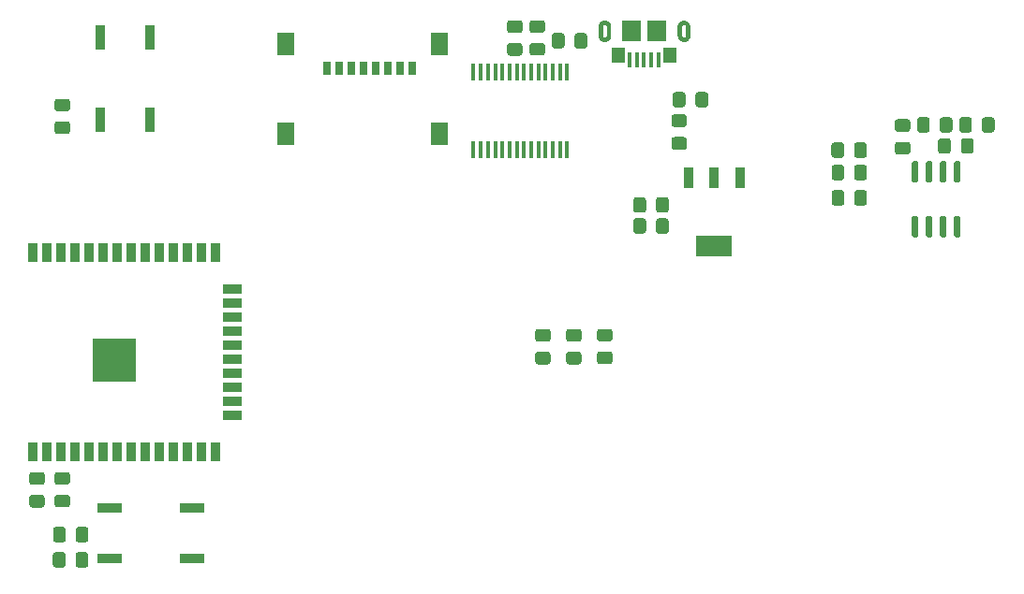
<source format=gbr>
%TF.GenerationSoftware,KiCad,Pcbnew,(5.1.6)-1*%
%TF.CreationDate,2021-08-19T23:31:00-04:00*%
%TF.ProjectId,Temp_Control_Board,54656d70-5f43-46f6-9e74-726f6c5f426f,rev?*%
%TF.SameCoordinates,Original*%
%TF.FileFunction,Paste,Top*%
%TF.FilePolarity,Positive*%
%FSLAX46Y46*%
G04 Gerber Fmt 4.6, Leading zero omitted, Abs format (unit mm)*
G04 Created by KiCad (PCBNEW (5.1.6)-1) date 2021-08-19 23:31:00*
%MOMM*%
%LPD*%
G01*
G04 APERTURE LIST*
%ADD10C,0.001000*%
%ADD11R,2.209800X0.863600*%
%ADD12R,0.863600X2.209800*%
%ADD13R,0.431800X1.511300*%
%ADD14R,4.000000X4.000000*%
%ADD15R,0.900000X1.700000*%
%ADD16R,1.700000X0.900000*%
%ADD17R,1.750000X1.900000*%
%ADD18R,1.150000X1.450000*%
%ADD19R,0.400000X1.400000*%
%ADD20R,3.190000X1.860000*%
%ADD21R,0.900000X1.860000*%
%ADD22R,1.500000X2.000000*%
%ADD23R,0.800000X1.200000*%
G04 APERTURE END LIST*
D10*
%TO.C,J3*%
G36*
X135879000Y-105537000D02*
G01*
X135879000Y-105937000D01*
X135878692Y-105948776D01*
X135877767Y-105960519D01*
X135876230Y-105972198D01*
X135874083Y-105983780D01*
X135871333Y-105995234D01*
X135867988Y-106006529D01*
X135864056Y-106017633D01*
X135859548Y-106028516D01*
X135854476Y-106039148D01*
X135848856Y-106049500D01*
X135842701Y-106059544D01*
X135836029Y-106069252D01*
X135828858Y-106078597D01*
X135821208Y-106087554D01*
X135813099Y-106096099D01*
X135804554Y-106104208D01*
X135795597Y-106111858D01*
X135786252Y-106119029D01*
X135776544Y-106125701D01*
X135766500Y-106131856D01*
X135756148Y-106137476D01*
X135745516Y-106142548D01*
X135734633Y-106147056D01*
X135723529Y-106150988D01*
X135712234Y-106154333D01*
X135700780Y-106157083D01*
X135689198Y-106159230D01*
X135677519Y-106160767D01*
X135665776Y-106161692D01*
X135654000Y-106162000D01*
X135642224Y-106161692D01*
X135630481Y-106160767D01*
X135618802Y-106159230D01*
X135607220Y-106157083D01*
X135595766Y-106154333D01*
X135584471Y-106150988D01*
X135573367Y-106147056D01*
X135562484Y-106142548D01*
X135551852Y-106137476D01*
X135541500Y-106131856D01*
X135531456Y-106125701D01*
X135521748Y-106119029D01*
X135512403Y-106111858D01*
X135503446Y-106104208D01*
X135494901Y-106096099D01*
X135486792Y-106087554D01*
X135479142Y-106078597D01*
X135471971Y-106069252D01*
X135465299Y-106059544D01*
X135459144Y-106049500D01*
X135453524Y-106039148D01*
X135448452Y-106028516D01*
X135443944Y-106017633D01*
X135440012Y-106006529D01*
X135436667Y-105995234D01*
X135433917Y-105983780D01*
X135431770Y-105972198D01*
X135430233Y-105960519D01*
X135429308Y-105948776D01*
X135429000Y-105937000D01*
X135429000Y-105537000D01*
X135129000Y-105537000D01*
X135129000Y-105892000D01*
X135128621Y-105924063D01*
X135129873Y-105952724D01*
X135132622Y-105981280D01*
X135136863Y-106009653D01*
X135142582Y-106037765D01*
X135149765Y-106065539D01*
X135158392Y-106092899D01*
X135168438Y-106119770D01*
X135179878Y-106146079D01*
X135192678Y-106171753D01*
X135206805Y-106196721D01*
X135222219Y-106220917D01*
X135238878Y-106244272D01*
X135256737Y-106266723D01*
X135275746Y-106288209D01*
X135295854Y-106308671D01*
X135317004Y-106328052D01*
X135339141Y-106346300D01*
X135362202Y-106363364D01*
X135386124Y-106379198D01*
X135410843Y-106393758D01*
X135436289Y-106407005D01*
X135462394Y-106418902D01*
X135489086Y-106429416D01*
X135516291Y-106438519D01*
X135543936Y-106446185D01*
X135571944Y-106452395D01*
X135600238Y-106457129D01*
X135628742Y-106460377D01*
X135654000Y-106462000D01*
X135681476Y-106461281D01*
X135708877Y-106459124D01*
X135736128Y-106455536D01*
X135763154Y-106450527D01*
X135789880Y-106444111D01*
X135816234Y-106436305D01*
X135842143Y-106427130D01*
X135867537Y-106416611D01*
X135892345Y-106404778D01*
X135916500Y-106391663D01*
X135939935Y-106377302D01*
X135962587Y-106361734D01*
X135984393Y-106345002D01*
X136005294Y-106327151D01*
X136025231Y-106308231D01*
X136044151Y-106288294D01*
X136062002Y-106267393D01*
X136078734Y-106245587D01*
X136094302Y-106222935D01*
X136108663Y-106199500D01*
X136121778Y-106175345D01*
X136133611Y-106150537D01*
X136144130Y-106125143D01*
X136153305Y-106099234D01*
X136161111Y-106072880D01*
X136167527Y-106046154D01*
X136172536Y-106019128D01*
X136176124Y-105991877D01*
X136178281Y-105964476D01*
X136179000Y-105937000D01*
X136179000Y-105537000D01*
X135879000Y-105537000D01*
G37*
X135879000Y-105537000D02*
X135879000Y-105937000D01*
X135878692Y-105948776D01*
X135877767Y-105960519D01*
X135876230Y-105972198D01*
X135874083Y-105983780D01*
X135871333Y-105995234D01*
X135867988Y-106006529D01*
X135864056Y-106017633D01*
X135859548Y-106028516D01*
X135854476Y-106039148D01*
X135848856Y-106049500D01*
X135842701Y-106059544D01*
X135836029Y-106069252D01*
X135828858Y-106078597D01*
X135821208Y-106087554D01*
X135813099Y-106096099D01*
X135804554Y-106104208D01*
X135795597Y-106111858D01*
X135786252Y-106119029D01*
X135776544Y-106125701D01*
X135766500Y-106131856D01*
X135756148Y-106137476D01*
X135745516Y-106142548D01*
X135734633Y-106147056D01*
X135723529Y-106150988D01*
X135712234Y-106154333D01*
X135700780Y-106157083D01*
X135689198Y-106159230D01*
X135677519Y-106160767D01*
X135665776Y-106161692D01*
X135654000Y-106162000D01*
X135642224Y-106161692D01*
X135630481Y-106160767D01*
X135618802Y-106159230D01*
X135607220Y-106157083D01*
X135595766Y-106154333D01*
X135584471Y-106150988D01*
X135573367Y-106147056D01*
X135562484Y-106142548D01*
X135551852Y-106137476D01*
X135541500Y-106131856D01*
X135531456Y-106125701D01*
X135521748Y-106119029D01*
X135512403Y-106111858D01*
X135503446Y-106104208D01*
X135494901Y-106096099D01*
X135486792Y-106087554D01*
X135479142Y-106078597D01*
X135471971Y-106069252D01*
X135465299Y-106059544D01*
X135459144Y-106049500D01*
X135453524Y-106039148D01*
X135448452Y-106028516D01*
X135443944Y-106017633D01*
X135440012Y-106006529D01*
X135436667Y-105995234D01*
X135433917Y-105983780D01*
X135431770Y-105972198D01*
X135430233Y-105960519D01*
X135429308Y-105948776D01*
X135429000Y-105937000D01*
X135429000Y-105537000D01*
X135129000Y-105537000D01*
X135129000Y-105892000D01*
X135128621Y-105924063D01*
X135129873Y-105952724D01*
X135132622Y-105981280D01*
X135136863Y-106009653D01*
X135142582Y-106037765D01*
X135149765Y-106065539D01*
X135158392Y-106092899D01*
X135168438Y-106119770D01*
X135179878Y-106146079D01*
X135192678Y-106171753D01*
X135206805Y-106196721D01*
X135222219Y-106220917D01*
X135238878Y-106244272D01*
X135256737Y-106266723D01*
X135275746Y-106288209D01*
X135295854Y-106308671D01*
X135317004Y-106328052D01*
X135339141Y-106346300D01*
X135362202Y-106363364D01*
X135386124Y-106379198D01*
X135410843Y-106393758D01*
X135436289Y-106407005D01*
X135462394Y-106418902D01*
X135489086Y-106429416D01*
X135516291Y-106438519D01*
X135543936Y-106446185D01*
X135571944Y-106452395D01*
X135600238Y-106457129D01*
X135628742Y-106460377D01*
X135654000Y-106462000D01*
X135681476Y-106461281D01*
X135708877Y-106459124D01*
X135736128Y-106455536D01*
X135763154Y-106450527D01*
X135789880Y-106444111D01*
X135816234Y-106436305D01*
X135842143Y-106427130D01*
X135867537Y-106416611D01*
X135892345Y-106404778D01*
X135916500Y-106391663D01*
X135939935Y-106377302D01*
X135962587Y-106361734D01*
X135984393Y-106345002D01*
X136005294Y-106327151D01*
X136025231Y-106308231D01*
X136044151Y-106288294D01*
X136062002Y-106267393D01*
X136078734Y-106245587D01*
X136094302Y-106222935D01*
X136108663Y-106199500D01*
X136121778Y-106175345D01*
X136133611Y-106150537D01*
X136144130Y-106125143D01*
X136153305Y-106099234D01*
X136161111Y-106072880D01*
X136167527Y-106046154D01*
X136172536Y-106019128D01*
X136176124Y-105991877D01*
X136178281Y-105964476D01*
X136179000Y-105937000D01*
X136179000Y-105537000D01*
X135879000Y-105537000D01*
G36*
X135429000Y-105537000D02*
G01*
X135429000Y-105137000D01*
X135429308Y-105125224D01*
X135430233Y-105113481D01*
X135431770Y-105101802D01*
X135433917Y-105090220D01*
X135436667Y-105078766D01*
X135440012Y-105067471D01*
X135443944Y-105056367D01*
X135448452Y-105045484D01*
X135453524Y-105034852D01*
X135459144Y-105024500D01*
X135465299Y-105014456D01*
X135471971Y-105004748D01*
X135479142Y-104995403D01*
X135486792Y-104986446D01*
X135494901Y-104977901D01*
X135503446Y-104969792D01*
X135512403Y-104962142D01*
X135521748Y-104954971D01*
X135531456Y-104948299D01*
X135541500Y-104942144D01*
X135551852Y-104936524D01*
X135562484Y-104931452D01*
X135573367Y-104926944D01*
X135584471Y-104923012D01*
X135595766Y-104919667D01*
X135607220Y-104916917D01*
X135618802Y-104914770D01*
X135630481Y-104913233D01*
X135642224Y-104912308D01*
X135654000Y-104912000D01*
X135665776Y-104912308D01*
X135677519Y-104913233D01*
X135689198Y-104914770D01*
X135700780Y-104916917D01*
X135712234Y-104919667D01*
X135723529Y-104923012D01*
X135734633Y-104926944D01*
X135745516Y-104931452D01*
X135756148Y-104936524D01*
X135766500Y-104942144D01*
X135776544Y-104948299D01*
X135786252Y-104954971D01*
X135795597Y-104962142D01*
X135804554Y-104969792D01*
X135813099Y-104977901D01*
X135821208Y-104986446D01*
X135828858Y-104995403D01*
X135836029Y-105004748D01*
X135842701Y-105014456D01*
X135848856Y-105024500D01*
X135854476Y-105034852D01*
X135859548Y-105045484D01*
X135864056Y-105056367D01*
X135867988Y-105067471D01*
X135871333Y-105078766D01*
X135874083Y-105090220D01*
X135876230Y-105101802D01*
X135877767Y-105113481D01*
X135878692Y-105125224D01*
X135879000Y-105137000D01*
X135879000Y-105537000D01*
X136179000Y-105537000D01*
X136179000Y-105182000D01*
X136179379Y-105149937D01*
X136178127Y-105121276D01*
X136175378Y-105092720D01*
X136171137Y-105064347D01*
X136165418Y-105036235D01*
X136158235Y-105008461D01*
X136149608Y-104981101D01*
X136139562Y-104954230D01*
X136128122Y-104927921D01*
X136115322Y-104902247D01*
X136101195Y-104877279D01*
X136085781Y-104853083D01*
X136069122Y-104829728D01*
X136051263Y-104807277D01*
X136032254Y-104785791D01*
X136012146Y-104765329D01*
X135990996Y-104745948D01*
X135968859Y-104727700D01*
X135945798Y-104710636D01*
X135921876Y-104694802D01*
X135897157Y-104680242D01*
X135871711Y-104666995D01*
X135845606Y-104655098D01*
X135818914Y-104644584D01*
X135791709Y-104635481D01*
X135764064Y-104627815D01*
X135736056Y-104621605D01*
X135707762Y-104616871D01*
X135679258Y-104613623D01*
X135654000Y-104612000D01*
X135626524Y-104612719D01*
X135599123Y-104614876D01*
X135571872Y-104618464D01*
X135544846Y-104623473D01*
X135518120Y-104629889D01*
X135491766Y-104637695D01*
X135465857Y-104646870D01*
X135440463Y-104657389D01*
X135415655Y-104669222D01*
X135391500Y-104682337D01*
X135368065Y-104696698D01*
X135345413Y-104712266D01*
X135323607Y-104728998D01*
X135302706Y-104746849D01*
X135282769Y-104765769D01*
X135263849Y-104785706D01*
X135245998Y-104806607D01*
X135229266Y-104828413D01*
X135213698Y-104851065D01*
X135199337Y-104874500D01*
X135186222Y-104898655D01*
X135174389Y-104923463D01*
X135163870Y-104948857D01*
X135154695Y-104974766D01*
X135146889Y-105001120D01*
X135140473Y-105027846D01*
X135135464Y-105054872D01*
X135131876Y-105082123D01*
X135129719Y-105109524D01*
X135129000Y-105137000D01*
X135129000Y-105537000D01*
X135429000Y-105537000D01*
G37*
X135429000Y-105537000D02*
X135429000Y-105137000D01*
X135429308Y-105125224D01*
X135430233Y-105113481D01*
X135431770Y-105101802D01*
X135433917Y-105090220D01*
X135436667Y-105078766D01*
X135440012Y-105067471D01*
X135443944Y-105056367D01*
X135448452Y-105045484D01*
X135453524Y-105034852D01*
X135459144Y-105024500D01*
X135465299Y-105014456D01*
X135471971Y-105004748D01*
X135479142Y-104995403D01*
X135486792Y-104986446D01*
X135494901Y-104977901D01*
X135503446Y-104969792D01*
X135512403Y-104962142D01*
X135521748Y-104954971D01*
X135531456Y-104948299D01*
X135541500Y-104942144D01*
X135551852Y-104936524D01*
X135562484Y-104931452D01*
X135573367Y-104926944D01*
X135584471Y-104923012D01*
X135595766Y-104919667D01*
X135607220Y-104916917D01*
X135618802Y-104914770D01*
X135630481Y-104913233D01*
X135642224Y-104912308D01*
X135654000Y-104912000D01*
X135665776Y-104912308D01*
X135677519Y-104913233D01*
X135689198Y-104914770D01*
X135700780Y-104916917D01*
X135712234Y-104919667D01*
X135723529Y-104923012D01*
X135734633Y-104926944D01*
X135745516Y-104931452D01*
X135756148Y-104936524D01*
X135766500Y-104942144D01*
X135776544Y-104948299D01*
X135786252Y-104954971D01*
X135795597Y-104962142D01*
X135804554Y-104969792D01*
X135813099Y-104977901D01*
X135821208Y-104986446D01*
X135828858Y-104995403D01*
X135836029Y-105004748D01*
X135842701Y-105014456D01*
X135848856Y-105024500D01*
X135854476Y-105034852D01*
X135859548Y-105045484D01*
X135864056Y-105056367D01*
X135867988Y-105067471D01*
X135871333Y-105078766D01*
X135874083Y-105090220D01*
X135876230Y-105101802D01*
X135877767Y-105113481D01*
X135878692Y-105125224D01*
X135879000Y-105137000D01*
X135879000Y-105537000D01*
X136179000Y-105537000D01*
X136179000Y-105182000D01*
X136179379Y-105149937D01*
X136178127Y-105121276D01*
X136175378Y-105092720D01*
X136171137Y-105064347D01*
X136165418Y-105036235D01*
X136158235Y-105008461D01*
X136149608Y-104981101D01*
X136139562Y-104954230D01*
X136128122Y-104927921D01*
X136115322Y-104902247D01*
X136101195Y-104877279D01*
X136085781Y-104853083D01*
X136069122Y-104829728D01*
X136051263Y-104807277D01*
X136032254Y-104785791D01*
X136012146Y-104765329D01*
X135990996Y-104745948D01*
X135968859Y-104727700D01*
X135945798Y-104710636D01*
X135921876Y-104694802D01*
X135897157Y-104680242D01*
X135871711Y-104666995D01*
X135845606Y-104655098D01*
X135818914Y-104644584D01*
X135791709Y-104635481D01*
X135764064Y-104627815D01*
X135736056Y-104621605D01*
X135707762Y-104616871D01*
X135679258Y-104613623D01*
X135654000Y-104612000D01*
X135626524Y-104612719D01*
X135599123Y-104614876D01*
X135571872Y-104618464D01*
X135544846Y-104623473D01*
X135518120Y-104629889D01*
X135491766Y-104637695D01*
X135465857Y-104646870D01*
X135440463Y-104657389D01*
X135415655Y-104669222D01*
X135391500Y-104682337D01*
X135368065Y-104696698D01*
X135345413Y-104712266D01*
X135323607Y-104728998D01*
X135302706Y-104746849D01*
X135282769Y-104765769D01*
X135263849Y-104785706D01*
X135245998Y-104806607D01*
X135229266Y-104828413D01*
X135213698Y-104851065D01*
X135199337Y-104874500D01*
X135186222Y-104898655D01*
X135174389Y-104923463D01*
X135163870Y-104948857D01*
X135154695Y-104974766D01*
X135146889Y-105001120D01*
X135140473Y-105027846D01*
X135135464Y-105054872D01*
X135131876Y-105082123D01*
X135129719Y-105109524D01*
X135129000Y-105137000D01*
X135129000Y-105537000D01*
X135429000Y-105537000D01*
G36*
X135880000Y-105537000D02*
G01*
X135880000Y-105937000D01*
X135879692Y-105948776D01*
X135878767Y-105960519D01*
X135877230Y-105972198D01*
X135875083Y-105983780D01*
X135872333Y-105995234D01*
X135868988Y-106006529D01*
X135865056Y-106017633D01*
X135860548Y-106028516D01*
X135855476Y-106039148D01*
X135849856Y-106049500D01*
X135843701Y-106059544D01*
X135837029Y-106069252D01*
X135829858Y-106078597D01*
X135822208Y-106087554D01*
X135814099Y-106096099D01*
X135805554Y-106104208D01*
X135796597Y-106111858D01*
X135787252Y-106119029D01*
X135777544Y-106125701D01*
X135767500Y-106131856D01*
X135757148Y-106137476D01*
X135746516Y-106142548D01*
X135735633Y-106147056D01*
X135724529Y-106150988D01*
X135713234Y-106154333D01*
X135701780Y-106157083D01*
X135690198Y-106159230D01*
X135678519Y-106160767D01*
X135666776Y-106161692D01*
X135655000Y-106162000D01*
X135643224Y-106161692D01*
X135631481Y-106160767D01*
X135619802Y-106159230D01*
X135608220Y-106157083D01*
X135596766Y-106154333D01*
X135585471Y-106150988D01*
X135574367Y-106147056D01*
X135563484Y-106142548D01*
X135552852Y-106137476D01*
X135542500Y-106131856D01*
X135532456Y-106125701D01*
X135522748Y-106119029D01*
X135513403Y-106111858D01*
X135504446Y-106104208D01*
X135495901Y-106096099D01*
X135487792Y-106087554D01*
X135480142Y-106078597D01*
X135472971Y-106069252D01*
X135466299Y-106059544D01*
X135460144Y-106049500D01*
X135454524Y-106039148D01*
X135449452Y-106028516D01*
X135444944Y-106017633D01*
X135441012Y-106006529D01*
X135437667Y-105995234D01*
X135434917Y-105983780D01*
X135432770Y-105972198D01*
X135431233Y-105960519D01*
X135430308Y-105948776D01*
X135430000Y-105937000D01*
X135430000Y-105537000D01*
X135130000Y-105537000D01*
X135130000Y-105887000D01*
X135129432Y-105912000D01*
X135130187Y-105940814D01*
X135132448Y-105969550D01*
X135136211Y-105998128D01*
X135141463Y-106026470D01*
X135148192Y-106054497D01*
X135156379Y-106082135D01*
X135166001Y-106109306D01*
X135177031Y-106135936D01*
X135189440Y-106161953D01*
X135203194Y-106187284D01*
X135218255Y-106211861D01*
X135234581Y-106235616D01*
X135252128Y-106258484D01*
X135270848Y-106280402D01*
X135290690Y-106301310D01*
X135311598Y-106321152D01*
X135333516Y-106339872D01*
X135356384Y-106357419D01*
X135380139Y-106373745D01*
X135404716Y-106388806D01*
X135430047Y-106402560D01*
X135456064Y-106414969D01*
X135482694Y-106425999D01*
X135509865Y-106435621D01*
X135537503Y-106443808D01*
X135565530Y-106450537D01*
X135593872Y-106455789D01*
X135622450Y-106459552D01*
X135655000Y-106462000D01*
X135682476Y-106461281D01*
X135709877Y-106459124D01*
X135737128Y-106455536D01*
X135764154Y-106450527D01*
X135790880Y-106444111D01*
X135817234Y-106436305D01*
X135843143Y-106427130D01*
X135868537Y-106416611D01*
X135893345Y-106404778D01*
X135917500Y-106391663D01*
X135940935Y-106377302D01*
X135963587Y-106361734D01*
X135985393Y-106345002D01*
X136006294Y-106327151D01*
X136026231Y-106308231D01*
X136045151Y-106288294D01*
X136063002Y-106267393D01*
X136079734Y-106245587D01*
X136095302Y-106222935D01*
X136109663Y-106199500D01*
X136122778Y-106175345D01*
X136134611Y-106150537D01*
X136145130Y-106125143D01*
X136154305Y-106099234D01*
X136162111Y-106072880D01*
X136168527Y-106046154D01*
X136173536Y-106019128D01*
X136177124Y-105991877D01*
X136179281Y-105964476D01*
X136180000Y-105937000D01*
X136180000Y-105537000D01*
X135880000Y-105537000D01*
G37*
X135880000Y-105537000D02*
X135880000Y-105937000D01*
X135879692Y-105948776D01*
X135878767Y-105960519D01*
X135877230Y-105972198D01*
X135875083Y-105983780D01*
X135872333Y-105995234D01*
X135868988Y-106006529D01*
X135865056Y-106017633D01*
X135860548Y-106028516D01*
X135855476Y-106039148D01*
X135849856Y-106049500D01*
X135843701Y-106059544D01*
X135837029Y-106069252D01*
X135829858Y-106078597D01*
X135822208Y-106087554D01*
X135814099Y-106096099D01*
X135805554Y-106104208D01*
X135796597Y-106111858D01*
X135787252Y-106119029D01*
X135777544Y-106125701D01*
X135767500Y-106131856D01*
X135757148Y-106137476D01*
X135746516Y-106142548D01*
X135735633Y-106147056D01*
X135724529Y-106150988D01*
X135713234Y-106154333D01*
X135701780Y-106157083D01*
X135690198Y-106159230D01*
X135678519Y-106160767D01*
X135666776Y-106161692D01*
X135655000Y-106162000D01*
X135643224Y-106161692D01*
X135631481Y-106160767D01*
X135619802Y-106159230D01*
X135608220Y-106157083D01*
X135596766Y-106154333D01*
X135585471Y-106150988D01*
X135574367Y-106147056D01*
X135563484Y-106142548D01*
X135552852Y-106137476D01*
X135542500Y-106131856D01*
X135532456Y-106125701D01*
X135522748Y-106119029D01*
X135513403Y-106111858D01*
X135504446Y-106104208D01*
X135495901Y-106096099D01*
X135487792Y-106087554D01*
X135480142Y-106078597D01*
X135472971Y-106069252D01*
X135466299Y-106059544D01*
X135460144Y-106049500D01*
X135454524Y-106039148D01*
X135449452Y-106028516D01*
X135444944Y-106017633D01*
X135441012Y-106006529D01*
X135437667Y-105995234D01*
X135434917Y-105983780D01*
X135432770Y-105972198D01*
X135431233Y-105960519D01*
X135430308Y-105948776D01*
X135430000Y-105937000D01*
X135430000Y-105537000D01*
X135130000Y-105537000D01*
X135130000Y-105887000D01*
X135129432Y-105912000D01*
X135130187Y-105940814D01*
X135132448Y-105969550D01*
X135136211Y-105998128D01*
X135141463Y-106026470D01*
X135148192Y-106054497D01*
X135156379Y-106082135D01*
X135166001Y-106109306D01*
X135177031Y-106135936D01*
X135189440Y-106161953D01*
X135203194Y-106187284D01*
X135218255Y-106211861D01*
X135234581Y-106235616D01*
X135252128Y-106258484D01*
X135270848Y-106280402D01*
X135290690Y-106301310D01*
X135311598Y-106321152D01*
X135333516Y-106339872D01*
X135356384Y-106357419D01*
X135380139Y-106373745D01*
X135404716Y-106388806D01*
X135430047Y-106402560D01*
X135456064Y-106414969D01*
X135482694Y-106425999D01*
X135509865Y-106435621D01*
X135537503Y-106443808D01*
X135565530Y-106450537D01*
X135593872Y-106455789D01*
X135622450Y-106459552D01*
X135655000Y-106462000D01*
X135682476Y-106461281D01*
X135709877Y-106459124D01*
X135737128Y-106455536D01*
X135764154Y-106450527D01*
X135790880Y-106444111D01*
X135817234Y-106436305D01*
X135843143Y-106427130D01*
X135868537Y-106416611D01*
X135893345Y-106404778D01*
X135917500Y-106391663D01*
X135940935Y-106377302D01*
X135963587Y-106361734D01*
X135985393Y-106345002D01*
X136006294Y-106327151D01*
X136026231Y-106308231D01*
X136045151Y-106288294D01*
X136063002Y-106267393D01*
X136079734Y-106245587D01*
X136095302Y-106222935D01*
X136109663Y-106199500D01*
X136122778Y-106175345D01*
X136134611Y-106150537D01*
X136145130Y-106125143D01*
X136154305Y-106099234D01*
X136162111Y-106072880D01*
X136168527Y-106046154D01*
X136173536Y-106019128D01*
X136177124Y-105991877D01*
X136179281Y-105964476D01*
X136180000Y-105937000D01*
X136180000Y-105537000D01*
X135880000Y-105537000D01*
G36*
X135430000Y-105537000D02*
G01*
X135430000Y-105137000D01*
X135430308Y-105125224D01*
X135431233Y-105113481D01*
X135432770Y-105101802D01*
X135434917Y-105090220D01*
X135437667Y-105078766D01*
X135441012Y-105067471D01*
X135444944Y-105056367D01*
X135449452Y-105045484D01*
X135454524Y-105034852D01*
X135460144Y-105024500D01*
X135466299Y-105014456D01*
X135472971Y-105004748D01*
X135480142Y-104995403D01*
X135487792Y-104986446D01*
X135495901Y-104977901D01*
X135504446Y-104969792D01*
X135513403Y-104962142D01*
X135522748Y-104954971D01*
X135532456Y-104948299D01*
X135542500Y-104942144D01*
X135552852Y-104936524D01*
X135563484Y-104931452D01*
X135574367Y-104926944D01*
X135585471Y-104923012D01*
X135596766Y-104919667D01*
X135608220Y-104916917D01*
X135619802Y-104914770D01*
X135631481Y-104913233D01*
X135643224Y-104912308D01*
X135655000Y-104912000D01*
X135666776Y-104912308D01*
X135678519Y-104913233D01*
X135690198Y-104914770D01*
X135701780Y-104916917D01*
X135713234Y-104919667D01*
X135724529Y-104923012D01*
X135735633Y-104926944D01*
X135746516Y-104931452D01*
X135757148Y-104936524D01*
X135767500Y-104942144D01*
X135777544Y-104948299D01*
X135787252Y-104954971D01*
X135796597Y-104962142D01*
X135805554Y-104969792D01*
X135814099Y-104977901D01*
X135822208Y-104986446D01*
X135829858Y-104995403D01*
X135837029Y-105004748D01*
X135843701Y-105014456D01*
X135849856Y-105024500D01*
X135855476Y-105034852D01*
X135860548Y-105045484D01*
X135865056Y-105056367D01*
X135868988Y-105067471D01*
X135872333Y-105078766D01*
X135875083Y-105090220D01*
X135877230Y-105101802D01*
X135878767Y-105113481D01*
X135879692Y-105125224D01*
X135880000Y-105137000D01*
X135880000Y-105537000D01*
X136180000Y-105537000D01*
X136180000Y-105187000D01*
X136180568Y-105162000D01*
X136179813Y-105133186D01*
X136177552Y-105104450D01*
X136173789Y-105075872D01*
X136168537Y-105047530D01*
X136161808Y-105019503D01*
X136153621Y-104991865D01*
X136143999Y-104964694D01*
X136132969Y-104938064D01*
X136120560Y-104912047D01*
X136106806Y-104886716D01*
X136091745Y-104862139D01*
X136075419Y-104838384D01*
X136057872Y-104815516D01*
X136039152Y-104793598D01*
X136019310Y-104772690D01*
X135998402Y-104752848D01*
X135976484Y-104734128D01*
X135953616Y-104716581D01*
X135929861Y-104700255D01*
X135905284Y-104685194D01*
X135879953Y-104671440D01*
X135853936Y-104659031D01*
X135827306Y-104648001D01*
X135800135Y-104638379D01*
X135772497Y-104630192D01*
X135744470Y-104623463D01*
X135716128Y-104618211D01*
X135687550Y-104614448D01*
X135655000Y-104612000D01*
X135627524Y-104612719D01*
X135600123Y-104614876D01*
X135572872Y-104618464D01*
X135545846Y-104623473D01*
X135519120Y-104629889D01*
X135492766Y-104637695D01*
X135466857Y-104646870D01*
X135441463Y-104657389D01*
X135416655Y-104669222D01*
X135392500Y-104682337D01*
X135369065Y-104696698D01*
X135346413Y-104712266D01*
X135324607Y-104728998D01*
X135303706Y-104746849D01*
X135283769Y-104765769D01*
X135264849Y-104785706D01*
X135246998Y-104806607D01*
X135230266Y-104828413D01*
X135214698Y-104851065D01*
X135200337Y-104874500D01*
X135187222Y-104898655D01*
X135175389Y-104923463D01*
X135164870Y-104948857D01*
X135155695Y-104974766D01*
X135147889Y-105001120D01*
X135141473Y-105027846D01*
X135136464Y-105054872D01*
X135132876Y-105082123D01*
X135130719Y-105109524D01*
X135130000Y-105137000D01*
X135130000Y-105537000D01*
X135430000Y-105537000D01*
G37*
X135430000Y-105537000D02*
X135430000Y-105137000D01*
X135430308Y-105125224D01*
X135431233Y-105113481D01*
X135432770Y-105101802D01*
X135434917Y-105090220D01*
X135437667Y-105078766D01*
X135441012Y-105067471D01*
X135444944Y-105056367D01*
X135449452Y-105045484D01*
X135454524Y-105034852D01*
X135460144Y-105024500D01*
X135466299Y-105014456D01*
X135472971Y-105004748D01*
X135480142Y-104995403D01*
X135487792Y-104986446D01*
X135495901Y-104977901D01*
X135504446Y-104969792D01*
X135513403Y-104962142D01*
X135522748Y-104954971D01*
X135532456Y-104948299D01*
X135542500Y-104942144D01*
X135552852Y-104936524D01*
X135563484Y-104931452D01*
X135574367Y-104926944D01*
X135585471Y-104923012D01*
X135596766Y-104919667D01*
X135608220Y-104916917D01*
X135619802Y-104914770D01*
X135631481Y-104913233D01*
X135643224Y-104912308D01*
X135655000Y-104912000D01*
X135666776Y-104912308D01*
X135678519Y-104913233D01*
X135690198Y-104914770D01*
X135701780Y-104916917D01*
X135713234Y-104919667D01*
X135724529Y-104923012D01*
X135735633Y-104926944D01*
X135746516Y-104931452D01*
X135757148Y-104936524D01*
X135767500Y-104942144D01*
X135777544Y-104948299D01*
X135787252Y-104954971D01*
X135796597Y-104962142D01*
X135805554Y-104969792D01*
X135814099Y-104977901D01*
X135822208Y-104986446D01*
X135829858Y-104995403D01*
X135837029Y-105004748D01*
X135843701Y-105014456D01*
X135849856Y-105024500D01*
X135855476Y-105034852D01*
X135860548Y-105045484D01*
X135865056Y-105056367D01*
X135868988Y-105067471D01*
X135872333Y-105078766D01*
X135875083Y-105090220D01*
X135877230Y-105101802D01*
X135878767Y-105113481D01*
X135879692Y-105125224D01*
X135880000Y-105137000D01*
X135880000Y-105537000D01*
X136180000Y-105537000D01*
X136180000Y-105187000D01*
X136180568Y-105162000D01*
X136179813Y-105133186D01*
X136177552Y-105104450D01*
X136173789Y-105075872D01*
X136168537Y-105047530D01*
X136161808Y-105019503D01*
X136153621Y-104991865D01*
X136143999Y-104964694D01*
X136132969Y-104938064D01*
X136120560Y-104912047D01*
X136106806Y-104886716D01*
X136091745Y-104862139D01*
X136075419Y-104838384D01*
X136057872Y-104815516D01*
X136039152Y-104793598D01*
X136019310Y-104772690D01*
X135998402Y-104752848D01*
X135976484Y-104734128D01*
X135953616Y-104716581D01*
X135929861Y-104700255D01*
X135905284Y-104685194D01*
X135879953Y-104671440D01*
X135853936Y-104659031D01*
X135827306Y-104648001D01*
X135800135Y-104638379D01*
X135772497Y-104630192D01*
X135744470Y-104623463D01*
X135716128Y-104618211D01*
X135687550Y-104614448D01*
X135655000Y-104612000D01*
X135627524Y-104612719D01*
X135600123Y-104614876D01*
X135572872Y-104618464D01*
X135545846Y-104623473D01*
X135519120Y-104629889D01*
X135492766Y-104637695D01*
X135466857Y-104646870D01*
X135441463Y-104657389D01*
X135416655Y-104669222D01*
X135392500Y-104682337D01*
X135369065Y-104696698D01*
X135346413Y-104712266D01*
X135324607Y-104728998D01*
X135303706Y-104746849D01*
X135283769Y-104765769D01*
X135264849Y-104785706D01*
X135246998Y-104806607D01*
X135230266Y-104828413D01*
X135214698Y-104851065D01*
X135200337Y-104874500D01*
X135187222Y-104898655D01*
X135175389Y-104923463D01*
X135164870Y-104948857D01*
X135155695Y-104974766D01*
X135147889Y-105001120D01*
X135141473Y-105027846D01*
X135136464Y-105054872D01*
X135132876Y-105082123D01*
X135130719Y-105109524D01*
X135130000Y-105137000D01*
X135130000Y-105537000D01*
X135430000Y-105537000D01*
G36*
X128729000Y-105537000D02*
G01*
X128729000Y-105937000D01*
X128728692Y-105948776D01*
X128727767Y-105960519D01*
X128726230Y-105972198D01*
X128724083Y-105983780D01*
X128721333Y-105995234D01*
X128717988Y-106006529D01*
X128714056Y-106017633D01*
X128709548Y-106028516D01*
X128704476Y-106039148D01*
X128698856Y-106049500D01*
X128692701Y-106059544D01*
X128686029Y-106069252D01*
X128678858Y-106078597D01*
X128671208Y-106087554D01*
X128663099Y-106096099D01*
X128654554Y-106104208D01*
X128645597Y-106111858D01*
X128636252Y-106119029D01*
X128626544Y-106125701D01*
X128616500Y-106131856D01*
X128606148Y-106137476D01*
X128595516Y-106142548D01*
X128584633Y-106147056D01*
X128573529Y-106150988D01*
X128562234Y-106154333D01*
X128550780Y-106157083D01*
X128539198Y-106159230D01*
X128527519Y-106160767D01*
X128515776Y-106161692D01*
X128504000Y-106162000D01*
X128492224Y-106161692D01*
X128480481Y-106160767D01*
X128468802Y-106159230D01*
X128457220Y-106157083D01*
X128445766Y-106154333D01*
X128434471Y-106150988D01*
X128423367Y-106147056D01*
X128412484Y-106142548D01*
X128401852Y-106137476D01*
X128391500Y-106131856D01*
X128381456Y-106125701D01*
X128371748Y-106119029D01*
X128362403Y-106111858D01*
X128353446Y-106104208D01*
X128344901Y-106096099D01*
X128336792Y-106087554D01*
X128329142Y-106078597D01*
X128321971Y-106069252D01*
X128315299Y-106059544D01*
X128309144Y-106049500D01*
X128303524Y-106039148D01*
X128298452Y-106028516D01*
X128293944Y-106017633D01*
X128290012Y-106006529D01*
X128286667Y-105995234D01*
X128283917Y-105983780D01*
X128281770Y-105972198D01*
X128280233Y-105960519D01*
X128279308Y-105948776D01*
X128279000Y-105937000D01*
X128279000Y-105537000D01*
X127979000Y-105537000D01*
X127979000Y-105892000D01*
X127978621Y-105924063D01*
X127979873Y-105952724D01*
X127982622Y-105981280D01*
X127986863Y-106009653D01*
X127992582Y-106037765D01*
X127999765Y-106065539D01*
X128008392Y-106092899D01*
X128018438Y-106119770D01*
X128029878Y-106146079D01*
X128042678Y-106171753D01*
X128056805Y-106196721D01*
X128072219Y-106220917D01*
X128088878Y-106244272D01*
X128106737Y-106266723D01*
X128125746Y-106288209D01*
X128145854Y-106308671D01*
X128167004Y-106328052D01*
X128189141Y-106346300D01*
X128212202Y-106363364D01*
X128236124Y-106379198D01*
X128260843Y-106393758D01*
X128286289Y-106407005D01*
X128312394Y-106418902D01*
X128339086Y-106429416D01*
X128366291Y-106438519D01*
X128393936Y-106446185D01*
X128421944Y-106452395D01*
X128450238Y-106457129D01*
X128478742Y-106460377D01*
X128504000Y-106462000D01*
X128531476Y-106461281D01*
X128558877Y-106459124D01*
X128586128Y-106455536D01*
X128613154Y-106450527D01*
X128639880Y-106444111D01*
X128666234Y-106436305D01*
X128692143Y-106427130D01*
X128717537Y-106416611D01*
X128742345Y-106404778D01*
X128766500Y-106391663D01*
X128789935Y-106377302D01*
X128812587Y-106361734D01*
X128834393Y-106345002D01*
X128855294Y-106327151D01*
X128875231Y-106308231D01*
X128894151Y-106288294D01*
X128912002Y-106267393D01*
X128928734Y-106245587D01*
X128944302Y-106222935D01*
X128958663Y-106199500D01*
X128971778Y-106175345D01*
X128983611Y-106150537D01*
X128994130Y-106125143D01*
X129003305Y-106099234D01*
X129011111Y-106072880D01*
X129017527Y-106046154D01*
X129022536Y-106019128D01*
X129026124Y-105991877D01*
X129028281Y-105964476D01*
X129029000Y-105937000D01*
X129029000Y-105537000D01*
X128729000Y-105537000D01*
G37*
X128729000Y-105537000D02*
X128729000Y-105937000D01*
X128728692Y-105948776D01*
X128727767Y-105960519D01*
X128726230Y-105972198D01*
X128724083Y-105983780D01*
X128721333Y-105995234D01*
X128717988Y-106006529D01*
X128714056Y-106017633D01*
X128709548Y-106028516D01*
X128704476Y-106039148D01*
X128698856Y-106049500D01*
X128692701Y-106059544D01*
X128686029Y-106069252D01*
X128678858Y-106078597D01*
X128671208Y-106087554D01*
X128663099Y-106096099D01*
X128654554Y-106104208D01*
X128645597Y-106111858D01*
X128636252Y-106119029D01*
X128626544Y-106125701D01*
X128616500Y-106131856D01*
X128606148Y-106137476D01*
X128595516Y-106142548D01*
X128584633Y-106147056D01*
X128573529Y-106150988D01*
X128562234Y-106154333D01*
X128550780Y-106157083D01*
X128539198Y-106159230D01*
X128527519Y-106160767D01*
X128515776Y-106161692D01*
X128504000Y-106162000D01*
X128492224Y-106161692D01*
X128480481Y-106160767D01*
X128468802Y-106159230D01*
X128457220Y-106157083D01*
X128445766Y-106154333D01*
X128434471Y-106150988D01*
X128423367Y-106147056D01*
X128412484Y-106142548D01*
X128401852Y-106137476D01*
X128391500Y-106131856D01*
X128381456Y-106125701D01*
X128371748Y-106119029D01*
X128362403Y-106111858D01*
X128353446Y-106104208D01*
X128344901Y-106096099D01*
X128336792Y-106087554D01*
X128329142Y-106078597D01*
X128321971Y-106069252D01*
X128315299Y-106059544D01*
X128309144Y-106049500D01*
X128303524Y-106039148D01*
X128298452Y-106028516D01*
X128293944Y-106017633D01*
X128290012Y-106006529D01*
X128286667Y-105995234D01*
X128283917Y-105983780D01*
X128281770Y-105972198D01*
X128280233Y-105960519D01*
X128279308Y-105948776D01*
X128279000Y-105937000D01*
X128279000Y-105537000D01*
X127979000Y-105537000D01*
X127979000Y-105892000D01*
X127978621Y-105924063D01*
X127979873Y-105952724D01*
X127982622Y-105981280D01*
X127986863Y-106009653D01*
X127992582Y-106037765D01*
X127999765Y-106065539D01*
X128008392Y-106092899D01*
X128018438Y-106119770D01*
X128029878Y-106146079D01*
X128042678Y-106171753D01*
X128056805Y-106196721D01*
X128072219Y-106220917D01*
X128088878Y-106244272D01*
X128106737Y-106266723D01*
X128125746Y-106288209D01*
X128145854Y-106308671D01*
X128167004Y-106328052D01*
X128189141Y-106346300D01*
X128212202Y-106363364D01*
X128236124Y-106379198D01*
X128260843Y-106393758D01*
X128286289Y-106407005D01*
X128312394Y-106418902D01*
X128339086Y-106429416D01*
X128366291Y-106438519D01*
X128393936Y-106446185D01*
X128421944Y-106452395D01*
X128450238Y-106457129D01*
X128478742Y-106460377D01*
X128504000Y-106462000D01*
X128531476Y-106461281D01*
X128558877Y-106459124D01*
X128586128Y-106455536D01*
X128613154Y-106450527D01*
X128639880Y-106444111D01*
X128666234Y-106436305D01*
X128692143Y-106427130D01*
X128717537Y-106416611D01*
X128742345Y-106404778D01*
X128766500Y-106391663D01*
X128789935Y-106377302D01*
X128812587Y-106361734D01*
X128834393Y-106345002D01*
X128855294Y-106327151D01*
X128875231Y-106308231D01*
X128894151Y-106288294D01*
X128912002Y-106267393D01*
X128928734Y-106245587D01*
X128944302Y-106222935D01*
X128958663Y-106199500D01*
X128971778Y-106175345D01*
X128983611Y-106150537D01*
X128994130Y-106125143D01*
X129003305Y-106099234D01*
X129011111Y-106072880D01*
X129017527Y-106046154D01*
X129022536Y-106019128D01*
X129026124Y-105991877D01*
X129028281Y-105964476D01*
X129029000Y-105937000D01*
X129029000Y-105537000D01*
X128729000Y-105537000D01*
G36*
X128279000Y-105537000D02*
G01*
X128279000Y-105137000D01*
X128279308Y-105125224D01*
X128280233Y-105113481D01*
X128281770Y-105101802D01*
X128283917Y-105090220D01*
X128286667Y-105078766D01*
X128290012Y-105067471D01*
X128293944Y-105056367D01*
X128298452Y-105045484D01*
X128303524Y-105034852D01*
X128309144Y-105024500D01*
X128315299Y-105014456D01*
X128321971Y-105004748D01*
X128329142Y-104995403D01*
X128336792Y-104986446D01*
X128344901Y-104977901D01*
X128353446Y-104969792D01*
X128362403Y-104962142D01*
X128371748Y-104954971D01*
X128381456Y-104948299D01*
X128391500Y-104942144D01*
X128401852Y-104936524D01*
X128412484Y-104931452D01*
X128423367Y-104926944D01*
X128434471Y-104923012D01*
X128445766Y-104919667D01*
X128457220Y-104916917D01*
X128468802Y-104914770D01*
X128480481Y-104913233D01*
X128492224Y-104912308D01*
X128504000Y-104912000D01*
X128515776Y-104912308D01*
X128527519Y-104913233D01*
X128539198Y-104914770D01*
X128550780Y-104916917D01*
X128562234Y-104919667D01*
X128573529Y-104923012D01*
X128584633Y-104926944D01*
X128595516Y-104931452D01*
X128606148Y-104936524D01*
X128616500Y-104942144D01*
X128626544Y-104948299D01*
X128636252Y-104954971D01*
X128645597Y-104962142D01*
X128654554Y-104969792D01*
X128663099Y-104977901D01*
X128671208Y-104986446D01*
X128678858Y-104995403D01*
X128686029Y-105004748D01*
X128692701Y-105014456D01*
X128698856Y-105024500D01*
X128704476Y-105034852D01*
X128709548Y-105045484D01*
X128714056Y-105056367D01*
X128717988Y-105067471D01*
X128721333Y-105078766D01*
X128724083Y-105090220D01*
X128726230Y-105101802D01*
X128727767Y-105113481D01*
X128728692Y-105125224D01*
X128729000Y-105137000D01*
X128729000Y-105537000D01*
X129029000Y-105537000D01*
X129029000Y-105182000D01*
X129029379Y-105149937D01*
X129028127Y-105121276D01*
X129025378Y-105092720D01*
X129021137Y-105064347D01*
X129015418Y-105036235D01*
X129008235Y-105008461D01*
X128999608Y-104981101D01*
X128989562Y-104954230D01*
X128978122Y-104927921D01*
X128965322Y-104902247D01*
X128951195Y-104877279D01*
X128935781Y-104853083D01*
X128919122Y-104829728D01*
X128901263Y-104807277D01*
X128882254Y-104785791D01*
X128862146Y-104765329D01*
X128840996Y-104745948D01*
X128818859Y-104727700D01*
X128795798Y-104710636D01*
X128771876Y-104694802D01*
X128747157Y-104680242D01*
X128721711Y-104666995D01*
X128695606Y-104655098D01*
X128668914Y-104644584D01*
X128641709Y-104635481D01*
X128614064Y-104627815D01*
X128586056Y-104621605D01*
X128557762Y-104616871D01*
X128529258Y-104613623D01*
X128504000Y-104612000D01*
X128476524Y-104612719D01*
X128449123Y-104614876D01*
X128421872Y-104618464D01*
X128394846Y-104623473D01*
X128368120Y-104629889D01*
X128341766Y-104637695D01*
X128315857Y-104646870D01*
X128290463Y-104657389D01*
X128265655Y-104669222D01*
X128241500Y-104682337D01*
X128218065Y-104696698D01*
X128195413Y-104712266D01*
X128173607Y-104728998D01*
X128152706Y-104746849D01*
X128132769Y-104765769D01*
X128113849Y-104785706D01*
X128095998Y-104806607D01*
X128079266Y-104828413D01*
X128063698Y-104851065D01*
X128049337Y-104874500D01*
X128036222Y-104898655D01*
X128024389Y-104923463D01*
X128013870Y-104948857D01*
X128004695Y-104974766D01*
X127996889Y-105001120D01*
X127990473Y-105027846D01*
X127985464Y-105054872D01*
X127981876Y-105082123D01*
X127979719Y-105109524D01*
X127979000Y-105137000D01*
X127979000Y-105537000D01*
X128279000Y-105537000D01*
G37*
X128279000Y-105537000D02*
X128279000Y-105137000D01*
X128279308Y-105125224D01*
X128280233Y-105113481D01*
X128281770Y-105101802D01*
X128283917Y-105090220D01*
X128286667Y-105078766D01*
X128290012Y-105067471D01*
X128293944Y-105056367D01*
X128298452Y-105045484D01*
X128303524Y-105034852D01*
X128309144Y-105024500D01*
X128315299Y-105014456D01*
X128321971Y-105004748D01*
X128329142Y-104995403D01*
X128336792Y-104986446D01*
X128344901Y-104977901D01*
X128353446Y-104969792D01*
X128362403Y-104962142D01*
X128371748Y-104954971D01*
X128381456Y-104948299D01*
X128391500Y-104942144D01*
X128401852Y-104936524D01*
X128412484Y-104931452D01*
X128423367Y-104926944D01*
X128434471Y-104923012D01*
X128445766Y-104919667D01*
X128457220Y-104916917D01*
X128468802Y-104914770D01*
X128480481Y-104913233D01*
X128492224Y-104912308D01*
X128504000Y-104912000D01*
X128515776Y-104912308D01*
X128527519Y-104913233D01*
X128539198Y-104914770D01*
X128550780Y-104916917D01*
X128562234Y-104919667D01*
X128573529Y-104923012D01*
X128584633Y-104926944D01*
X128595516Y-104931452D01*
X128606148Y-104936524D01*
X128616500Y-104942144D01*
X128626544Y-104948299D01*
X128636252Y-104954971D01*
X128645597Y-104962142D01*
X128654554Y-104969792D01*
X128663099Y-104977901D01*
X128671208Y-104986446D01*
X128678858Y-104995403D01*
X128686029Y-105004748D01*
X128692701Y-105014456D01*
X128698856Y-105024500D01*
X128704476Y-105034852D01*
X128709548Y-105045484D01*
X128714056Y-105056367D01*
X128717988Y-105067471D01*
X128721333Y-105078766D01*
X128724083Y-105090220D01*
X128726230Y-105101802D01*
X128727767Y-105113481D01*
X128728692Y-105125224D01*
X128729000Y-105137000D01*
X128729000Y-105537000D01*
X129029000Y-105537000D01*
X129029000Y-105182000D01*
X129029379Y-105149937D01*
X129028127Y-105121276D01*
X129025378Y-105092720D01*
X129021137Y-105064347D01*
X129015418Y-105036235D01*
X129008235Y-105008461D01*
X128999608Y-104981101D01*
X128989562Y-104954230D01*
X128978122Y-104927921D01*
X128965322Y-104902247D01*
X128951195Y-104877279D01*
X128935781Y-104853083D01*
X128919122Y-104829728D01*
X128901263Y-104807277D01*
X128882254Y-104785791D01*
X128862146Y-104765329D01*
X128840996Y-104745948D01*
X128818859Y-104727700D01*
X128795798Y-104710636D01*
X128771876Y-104694802D01*
X128747157Y-104680242D01*
X128721711Y-104666995D01*
X128695606Y-104655098D01*
X128668914Y-104644584D01*
X128641709Y-104635481D01*
X128614064Y-104627815D01*
X128586056Y-104621605D01*
X128557762Y-104616871D01*
X128529258Y-104613623D01*
X128504000Y-104612000D01*
X128476524Y-104612719D01*
X128449123Y-104614876D01*
X128421872Y-104618464D01*
X128394846Y-104623473D01*
X128368120Y-104629889D01*
X128341766Y-104637695D01*
X128315857Y-104646870D01*
X128290463Y-104657389D01*
X128265655Y-104669222D01*
X128241500Y-104682337D01*
X128218065Y-104696698D01*
X128195413Y-104712266D01*
X128173607Y-104728998D01*
X128152706Y-104746849D01*
X128132769Y-104765769D01*
X128113849Y-104785706D01*
X128095998Y-104806607D01*
X128079266Y-104828413D01*
X128063698Y-104851065D01*
X128049337Y-104874500D01*
X128036222Y-104898655D01*
X128024389Y-104923463D01*
X128013870Y-104948857D01*
X128004695Y-104974766D01*
X127996889Y-105001120D01*
X127990473Y-105027846D01*
X127985464Y-105054872D01*
X127981876Y-105082123D01*
X127979719Y-105109524D01*
X127979000Y-105137000D01*
X127979000Y-105537000D01*
X128279000Y-105537000D01*
G36*
X128730000Y-105537000D02*
G01*
X128730000Y-105937000D01*
X128729692Y-105948776D01*
X128728767Y-105960519D01*
X128727230Y-105972198D01*
X128725083Y-105983780D01*
X128722333Y-105995234D01*
X128718988Y-106006529D01*
X128715056Y-106017633D01*
X128710548Y-106028516D01*
X128705476Y-106039148D01*
X128699856Y-106049500D01*
X128693701Y-106059544D01*
X128687029Y-106069252D01*
X128679858Y-106078597D01*
X128672208Y-106087554D01*
X128664099Y-106096099D01*
X128655554Y-106104208D01*
X128646597Y-106111858D01*
X128637252Y-106119029D01*
X128627544Y-106125701D01*
X128617500Y-106131856D01*
X128607148Y-106137476D01*
X128596516Y-106142548D01*
X128585633Y-106147056D01*
X128574529Y-106150988D01*
X128563234Y-106154333D01*
X128551780Y-106157083D01*
X128540198Y-106159230D01*
X128528519Y-106160767D01*
X128516776Y-106161692D01*
X128505000Y-106162000D01*
X128493224Y-106161692D01*
X128481481Y-106160767D01*
X128469802Y-106159230D01*
X128458220Y-106157083D01*
X128446766Y-106154333D01*
X128435471Y-106150988D01*
X128424367Y-106147056D01*
X128413484Y-106142548D01*
X128402852Y-106137476D01*
X128392500Y-106131856D01*
X128382456Y-106125701D01*
X128372748Y-106119029D01*
X128363403Y-106111858D01*
X128354446Y-106104208D01*
X128345901Y-106096099D01*
X128337792Y-106087554D01*
X128330142Y-106078597D01*
X128322971Y-106069252D01*
X128316299Y-106059544D01*
X128310144Y-106049500D01*
X128304524Y-106039148D01*
X128299452Y-106028516D01*
X128294944Y-106017633D01*
X128291012Y-106006529D01*
X128287667Y-105995234D01*
X128284917Y-105983780D01*
X128282770Y-105972198D01*
X128281233Y-105960519D01*
X128280308Y-105948776D01*
X128280000Y-105937000D01*
X128280000Y-105537000D01*
X127980000Y-105537000D01*
X127980000Y-105887000D01*
X127979432Y-105912000D01*
X127980187Y-105940814D01*
X127982448Y-105969550D01*
X127986211Y-105998128D01*
X127991463Y-106026470D01*
X127998192Y-106054497D01*
X128006379Y-106082135D01*
X128016001Y-106109306D01*
X128027031Y-106135936D01*
X128039440Y-106161953D01*
X128053194Y-106187284D01*
X128068255Y-106211861D01*
X128084581Y-106235616D01*
X128102128Y-106258484D01*
X128120848Y-106280402D01*
X128140690Y-106301310D01*
X128161598Y-106321152D01*
X128183516Y-106339872D01*
X128206384Y-106357419D01*
X128230139Y-106373745D01*
X128254716Y-106388806D01*
X128280047Y-106402560D01*
X128306064Y-106414969D01*
X128332694Y-106425999D01*
X128359865Y-106435621D01*
X128387503Y-106443808D01*
X128415530Y-106450537D01*
X128443872Y-106455789D01*
X128472450Y-106459552D01*
X128505000Y-106462000D01*
X128532476Y-106461281D01*
X128559877Y-106459124D01*
X128587128Y-106455536D01*
X128614154Y-106450527D01*
X128640880Y-106444111D01*
X128667234Y-106436305D01*
X128693143Y-106427130D01*
X128718537Y-106416611D01*
X128743345Y-106404778D01*
X128767500Y-106391663D01*
X128790935Y-106377302D01*
X128813587Y-106361734D01*
X128835393Y-106345002D01*
X128856294Y-106327151D01*
X128876231Y-106308231D01*
X128895151Y-106288294D01*
X128913002Y-106267393D01*
X128929734Y-106245587D01*
X128945302Y-106222935D01*
X128959663Y-106199500D01*
X128972778Y-106175345D01*
X128984611Y-106150537D01*
X128995130Y-106125143D01*
X129004305Y-106099234D01*
X129012111Y-106072880D01*
X129018527Y-106046154D01*
X129023536Y-106019128D01*
X129027124Y-105991877D01*
X129029281Y-105964476D01*
X129030000Y-105937000D01*
X129030000Y-105537000D01*
X128730000Y-105537000D01*
G37*
X128730000Y-105537000D02*
X128730000Y-105937000D01*
X128729692Y-105948776D01*
X128728767Y-105960519D01*
X128727230Y-105972198D01*
X128725083Y-105983780D01*
X128722333Y-105995234D01*
X128718988Y-106006529D01*
X128715056Y-106017633D01*
X128710548Y-106028516D01*
X128705476Y-106039148D01*
X128699856Y-106049500D01*
X128693701Y-106059544D01*
X128687029Y-106069252D01*
X128679858Y-106078597D01*
X128672208Y-106087554D01*
X128664099Y-106096099D01*
X128655554Y-106104208D01*
X128646597Y-106111858D01*
X128637252Y-106119029D01*
X128627544Y-106125701D01*
X128617500Y-106131856D01*
X128607148Y-106137476D01*
X128596516Y-106142548D01*
X128585633Y-106147056D01*
X128574529Y-106150988D01*
X128563234Y-106154333D01*
X128551780Y-106157083D01*
X128540198Y-106159230D01*
X128528519Y-106160767D01*
X128516776Y-106161692D01*
X128505000Y-106162000D01*
X128493224Y-106161692D01*
X128481481Y-106160767D01*
X128469802Y-106159230D01*
X128458220Y-106157083D01*
X128446766Y-106154333D01*
X128435471Y-106150988D01*
X128424367Y-106147056D01*
X128413484Y-106142548D01*
X128402852Y-106137476D01*
X128392500Y-106131856D01*
X128382456Y-106125701D01*
X128372748Y-106119029D01*
X128363403Y-106111858D01*
X128354446Y-106104208D01*
X128345901Y-106096099D01*
X128337792Y-106087554D01*
X128330142Y-106078597D01*
X128322971Y-106069252D01*
X128316299Y-106059544D01*
X128310144Y-106049500D01*
X128304524Y-106039148D01*
X128299452Y-106028516D01*
X128294944Y-106017633D01*
X128291012Y-106006529D01*
X128287667Y-105995234D01*
X128284917Y-105983780D01*
X128282770Y-105972198D01*
X128281233Y-105960519D01*
X128280308Y-105948776D01*
X128280000Y-105937000D01*
X128280000Y-105537000D01*
X127980000Y-105537000D01*
X127980000Y-105887000D01*
X127979432Y-105912000D01*
X127980187Y-105940814D01*
X127982448Y-105969550D01*
X127986211Y-105998128D01*
X127991463Y-106026470D01*
X127998192Y-106054497D01*
X128006379Y-106082135D01*
X128016001Y-106109306D01*
X128027031Y-106135936D01*
X128039440Y-106161953D01*
X128053194Y-106187284D01*
X128068255Y-106211861D01*
X128084581Y-106235616D01*
X128102128Y-106258484D01*
X128120848Y-106280402D01*
X128140690Y-106301310D01*
X128161598Y-106321152D01*
X128183516Y-106339872D01*
X128206384Y-106357419D01*
X128230139Y-106373745D01*
X128254716Y-106388806D01*
X128280047Y-106402560D01*
X128306064Y-106414969D01*
X128332694Y-106425999D01*
X128359865Y-106435621D01*
X128387503Y-106443808D01*
X128415530Y-106450537D01*
X128443872Y-106455789D01*
X128472450Y-106459552D01*
X128505000Y-106462000D01*
X128532476Y-106461281D01*
X128559877Y-106459124D01*
X128587128Y-106455536D01*
X128614154Y-106450527D01*
X128640880Y-106444111D01*
X128667234Y-106436305D01*
X128693143Y-106427130D01*
X128718537Y-106416611D01*
X128743345Y-106404778D01*
X128767500Y-106391663D01*
X128790935Y-106377302D01*
X128813587Y-106361734D01*
X128835393Y-106345002D01*
X128856294Y-106327151D01*
X128876231Y-106308231D01*
X128895151Y-106288294D01*
X128913002Y-106267393D01*
X128929734Y-106245587D01*
X128945302Y-106222935D01*
X128959663Y-106199500D01*
X128972778Y-106175345D01*
X128984611Y-106150537D01*
X128995130Y-106125143D01*
X129004305Y-106099234D01*
X129012111Y-106072880D01*
X129018527Y-106046154D01*
X129023536Y-106019128D01*
X129027124Y-105991877D01*
X129029281Y-105964476D01*
X129030000Y-105937000D01*
X129030000Y-105537000D01*
X128730000Y-105537000D01*
G36*
X128280000Y-105537000D02*
G01*
X128280000Y-105137000D01*
X128280308Y-105125224D01*
X128281233Y-105113481D01*
X128282770Y-105101802D01*
X128284917Y-105090220D01*
X128287667Y-105078766D01*
X128291012Y-105067471D01*
X128294944Y-105056367D01*
X128299452Y-105045484D01*
X128304524Y-105034852D01*
X128310144Y-105024500D01*
X128316299Y-105014456D01*
X128322971Y-105004748D01*
X128330142Y-104995403D01*
X128337792Y-104986446D01*
X128345901Y-104977901D01*
X128354446Y-104969792D01*
X128363403Y-104962142D01*
X128372748Y-104954971D01*
X128382456Y-104948299D01*
X128392500Y-104942144D01*
X128402852Y-104936524D01*
X128413484Y-104931452D01*
X128424367Y-104926944D01*
X128435471Y-104923012D01*
X128446766Y-104919667D01*
X128458220Y-104916917D01*
X128469802Y-104914770D01*
X128481481Y-104913233D01*
X128493224Y-104912308D01*
X128505000Y-104912000D01*
X128516776Y-104912308D01*
X128528519Y-104913233D01*
X128540198Y-104914770D01*
X128551780Y-104916917D01*
X128563234Y-104919667D01*
X128574529Y-104923012D01*
X128585633Y-104926944D01*
X128596516Y-104931452D01*
X128607148Y-104936524D01*
X128617500Y-104942144D01*
X128627544Y-104948299D01*
X128637252Y-104954971D01*
X128646597Y-104962142D01*
X128655554Y-104969792D01*
X128664099Y-104977901D01*
X128672208Y-104986446D01*
X128679858Y-104995403D01*
X128687029Y-105004748D01*
X128693701Y-105014456D01*
X128699856Y-105024500D01*
X128705476Y-105034852D01*
X128710548Y-105045484D01*
X128715056Y-105056367D01*
X128718988Y-105067471D01*
X128722333Y-105078766D01*
X128725083Y-105090220D01*
X128727230Y-105101802D01*
X128728767Y-105113481D01*
X128729692Y-105125224D01*
X128730000Y-105137000D01*
X128730000Y-105537000D01*
X129030000Y-105537000D01*
X129030000Y-105187000D01*
X129030568Y-105162000D01*
X129029813Y-105133186D01*
X129027552Y-105104450D01*
X129023789Y-105075872D01*
X129018537Y-105047530D01*
X129011808Y-105019503D01*
X129003621Y-104991865D01*
X128993999Y-104964694D01*
X128982969Y-104938064D01*
X128970560Y-104912047D01*
X128956806Y-104886716D01*
X128941745Y-104862139D01*
X128925419Y-104838384D01*
X128907872Y-104815516D01*
X128889152Y-104793598D01*
X128869310Y-104772690D01*
X128848402Y-104752848D01*
X128826484Y-104734128D01*
X128803616Y-104716581D01*
X128779861Y-104700255D01*
X128755284Y-104685194D01*
X128729953Y-104671440D01*
X128703936Y-104659031D01*
X128677306Y-104648001D01*
X128650135Y-104638379D01*
X128622497Y-104630192D01*
X128594470Y-104623463D01*
X128566128Y-104618211D01*
X128537550Y-104614448D01*
X128505000Y-104612000D01*
X128477524Y-104612719D01*
X128450123Y-104614876D01*
X128422872Y-104618464D01*
X128395846Y-104623473D01*
X128369120Y-104629889D01*
X128342766Y-104637695D01*
X128316857Y-104646870D01*
X128291463Y-104657389D01*
X128266655Y-104669222D01*
X128242500Y-104682337D01*
X128219065Y-104696698D01*
X128196413Y-104712266D01*
X128174607Y-104728998D01*
X128153706Y-104746849D01*
X128133769Y-104765769D01*
X128114849Y-104785706D01*
X128096998Y-104806607D01*
X128080266Y-104828413D01*
X128064698Y-104851065D01*
X128050337Y-104874500D01*
X128037222Y-104898655D01*
X128025389Y-104923463D01*
X128014870Y-104948857D01*
X128005695Y-104974766D01*
X127997889Y-105001120D01*
X127991473Y-105027846D01*
X127986464Y-105054872D01*
X127982876Y-105082123D01*
X127980719Y-105109524D01*
X127980000Y-105137000D01*
X127980000Y-105537000D01*
X128280000Y-105537000D01*
G37*
X128280000Y-105537000D02*
X128280000Y-105137000D01*
X128280308Y-105125224D01*
X128281233Y-105113481D01*
X128282770Y-105101802D01*
X128284917Y-105090220D01*
X128287667Y-105078766D01*
X128291012Y-105067471D01*
X128294944Y-105056367D01*
X128299452Y-105045484D01*
X128304524Y-105034852D01*
X128310144Y-105024500D01*
X128316299Y-105014456D01*
X128322971Y-105004748D01*
X128330142Y-104995403D01*
X128337792Y-104986446D01*
X128345901Y-104977901D01*
X128354446Y-104969792D01*
X128363403Y-104962142D01*
X128372748Y-104954971D01*
X128382456Y-104948299D01*
X128392500Y-104942144D01*
X128402852Y-104936524D01*
X128413484Y-104931452D01*
X128424367Y-104926944D01*
X128435471Y-104923012D01*
X128446766Y-104919667D01*
X128458220Y-104916917D01*
X128469802Y-104914770D01*
X128481481Y-104913233D01*
X128493224Y-104912308D01*
X128505000Y-104912000D01*
X128516776Y-104912308D01*
X128528519Y-104913233D01*
X128540198Y-104914770D01*
X128551780Y-104916917D01*
X128563234Y-104919667D01*
X128574529Y-104923012D01*
X128585633Y-104926944D01*
X128596516Y-104931452D01*
X128607148Y-104936524D01*
X128617500Y-104942144D01*
X128627544Y-104948299D01*
X128637252Y-104954971D01*
X128646597Y-104962142D01*
X128655554Y-104969792D01*
X128664099Y-104977901D01*
X128672208Y-104986446D01*
X128679858Y-104995403D01*
X128687029Y-105004748D01*
X128693701Y-105014456D01*
X128699856Y-105024500D01*
X128705476Y-105034852D01*
X128710548Y-105045484D01*
X128715056Y-105056367D01*
X128718988Y-105067471D01*
X128722333Y-105078766D01*
X128725083Y-105090220D01*
X128727230Y-105101802D01*
X128728767Y-105113481D01*
X128729692Y-105125224D01*
X128730000Y-105137000D01*
X128730000Y-105537000D01*
X129030000Y-105537000D01*
X129030000Y-105187000D01*
X129030568Y-105162000D01*
X129029813Y-105133186D01*
X129027552Y-105104450D01*
X129023789Y-105075872D01*
X129018537Y-105047530D01*
X129011808Y-105019503D01*
X129003621Y-104991865D01*
X128993999Y-104964694D01*
X128982969Y-104938064D01*
X128970560Y-104912047D01*
X128956806Y-104886716D01*
X128941745Y-104862139D01*
X128925419Y-104838384D01*
X128907872Y-104815516D01*
X128889152Y-104793598D01*
X128869310Y-104772690D01*
X128848402Y-104752848D01*
X128826484Y-104734128D01*
X128803616Y-104716581D01*
X128779861Y-104700255D01*
X128755284Y-104685194D01*
X128729953Y-104671440D01*
X128703936Y-104659031D01*
X128677306Y-104648001D01*
X128650135Y-104638379D01*
X128622497Y-104630192D01*
X128594470Y-104623463D01*
X128566128Y-104618211D01*
X128537550Y-104614448D01*
X128505000Y-104612000D01*
X128477524Y-104612719D01*
X128450123Y-104614876D01*
X128422872Y-104618464D01*
X128395846Y-104623473D01*
X128369120Y-104629889D01*
X128342766Y-104637695D01*
X128316857Y-104646870D01*
X128291463Y-104657389D01*
X128266655Y-104669222D01*
X128242500Y-104682337D01*
X128219065Y-104696698D01*
X128196413Y-104712266D01*
X128174607Y-104728998D01*
X128153706Y-104746849D01*
X128133769Y-104765769D01*
X128114849Y-104785706D01*
X128096998Y-104806607D01*
X128080266Y-104828413D01*
X128064698Y-104851065D01*
X128050337Y-104874500D01*
X128037222Y-104898655D01*
X128025389Y-104923463D01*
X128014870Y-104948857D01*
X128005695Y-104974766D01*
X127997889Y-105001120D01*
X127991473Y-105027846D01*
X127986464Y-105054872D01*
X127982876Y-105082123D01*
X127980719Y-105109524D01*
X127980000Y-105137000D01*
X127980000Y-105537000D01*
X128280000Y-105537000D01*
%TD*%
D11*
%TO.C,EN1*%
X83756500Y-148752999D03*
X83756500Y-153253001D03*
X91249500Y-153253001D03*
X91249500Y-148752999D03*
%TD*%
D12*
%TO.C,BOOT1*%
X82966999Y-113601500D03*
X87467001Y-113601500D03*
X87467001Y-106108500D03*
X82966999Y-106108500D03*
%TD*%
%TO.C,R7*%
G36*
G01*
X128073999Y-134553000D02*
X128974001Y-134553000D01*
G75*
G02*
X129224000Y-134802999I0J-249999D01*
G01*
X129224000Y-135453001D01*
G75*
G02*
X128974001Y-135703000I-249999J0D01*
G01*
X128073999Y-135703000D01*
G75*
G02*
X127824000Y-135453001I0J249999D01*
G01*
X127824000Y-134802999D01*
G75*
G02*
X128073999Y-134553000I249999J0D01*
G01*
G37*
G36*
G01*
X128073999Y-132503000D02*
X128974001Y-132503000D01*
G75*
G02*
X129224000Y-132752999I0J-249999D01*
G01*
X129224000Y-133403001D01*
G75*
G02*
X128974001Y-133653000I-249999J0D01*
G01*
X128073999Y-133653000D01*
G75*
G02*
X127824000Y-133403001I0J249999D01*
G01*
X127824000Y-132752999D01*
G75*
G02*
X128073999Y-132503000I249999J0D01*
G01*
G37*
%TD*%
%TO.C,R6*%
G36*
G01*
X122485999Y-134571000D02*
X123386001Y-134571000D01*
G75*
G02*
X123636000Y-134820999I0J-249999D01*
G01*
X123636000Y-135471001D01*
G75*
G02*
X123386001Y-135721000I-249999J0D01*
G01*
X122485999Y-135721000D01*
G75*
G02*
X122236000Y-135471001I0J249999D01*
G01*
X122236000Y-134820999D01*
G75*
G02*
X122485999Y-134571000I249999J0D01*
G01*
G37*
G36*
G01*
X122485999Y-132521000D02*
X123386001Y-132521000D01*
G75*
G02*
X123636000Y-132770999I0J-249999D01*
G01*
X123636000Y-133421001D01*
G75*
G02*
X123386001Y-133671000I-249999J0D01*
G01*
X122485999Y-133671000D01*
G75*
G02*
X122236000Y-133421001I0J249999D01*
G01*
X122236000Y-132770999D01*
G75*
G02*
X122485999Y-132521000I249999J0D01*
G01*
G37*
%TD*%
%TO.C,R4*%
G36*
G01*
X151063000Y-116782001D02*
X151063000Y-115881999D01*
G75*
G02*
X151312999Y-115632000I249999J0D01*
G01*
X151963001Y-115632000D01*
G75*
G02*
X152213000Y-115881999I0J-249999D01*
G01*
X152213000Y-116782001D01*
G75*
G02*
X151963001Y-117032000I-249999J0D01*
G01*
X151312999Y-117032000D01*
G75*
G02*
X151063000Y-116782001I0J249999D01*
G01*
G37*
G36*
G01*
X149013000Y-116782001D02*
X149013000Y-115881999D01*
G75*
G02*
X149262999Y-115632000I249999J0D01*
G01*
X149913001Y-115632000D01*
G75*
G02*
X150163000Y-115881999I0J-249999D01*
G01*
X150163000Y-116782001D01*
G75*
G02*
X149913001Y-117032000I-249999J0D01*
G01*
X149262999Y-117032000D01*
G75*
G02*
X149013000Y-116782001I0J249999D01*
G01*
G37*
%TD*%
%TO.C,R3*%
G36*
G01*
X151072000Y-118814001D02*
X151072000Y-117913999D01*
G75*
G02*
X151321999Y-117664000I249999J0D01*
G01*
X151972001Y-117664000D01*
G75*
G02*
X152222000Y-117913999I0J-249999D01*
G01*
X152222000Y-118814001D01*
G75*
G02*
X151972001Y-119064000I-249999J0D01*
G01*
X151321999Y-119064000D01*
G75*
G02*
X151072000Y-118814001I0J249999D01*
G01*
G37*
G36*
G01*
X149022000Y-118814001D02*
X149022000Y-117913999D01*
G75*
G02*
X149271999Y-117664000I249999J0D01*
G01*
X149922001Y-117664000D01*
G75*
G02*
X150172000Y-117913999I0J-249999D01*
G01*
X150172000Y-118814001D01*
G75*
G02*
X149922001Y-119064000I-249999J0D01*
G01*
X149271999Y-119064000D01*
G75*
G02*
X149022000Y-118814001I0J249999D01*
G01*
G37*
%TD*%
%TO.C,R2*%
G36*
G01*
X151081000Y-121100001D02*
X151081000Y-120199999D01*
G75*
G02*
X151330999Y-119950000I249999J0D01*
G01*
X151981001Y-119950000D01*
G75*
G02*
X152231000Y-120199999I0J-249999D01*
G01*
X152231000Y-121100001D01*
G75*
G02*
X151981001Y-121350000I-249999J0D01*
G01*
X151330999Y-121350000D01*
G75*
G02*
X151081000Y-121100001I0J249999D01*
G01*
G37*
G36*
G01*
X149031000Y-121100001D02*
X149031000Y-120199999D01*
G75*
G02*
X149280999Y-119950000I249999J0D01*
G01*
X149931001Y-119950000D01*
G75*
G02*
X150181000Y-120199999I0J-249999D01*
G01*
X150181000Y-121100001D01*
G75*
G02*
X149931001Y-121350000I-249999J0D01*
G01*
X149280999Y-121350000D01*
G75*
G02*
X149031000Y-121100001I0J249999D01*
G01*
G37*
%TD*%
%TO.C,R1*%
G36*
G01*
X80723000Y-151580001D02*
X80723000Y-150679999D01*
G75*
G02*
X80972999Y-150430000I249999J0D01*
G01*
X81623001Y-150430000D01*
G75*
G02*
X81873000Y-150679999I0J-249999D01*
G01*
X81873000Y-151580001D01*
G75*
G02*
X81623001Y-151830000I-249999J0D01*
G01*
X80972999Y-151830000D01*
G75*
G02*
X80723000Y-151580001I0J249999D01*
G01*
G37*
G36*
G01*
X78673000Y-151580001D02*
X78673000Y-150679999D01*
G75*
G02*
X78922999Y-150430000I249999J0D01*
G01*
X79573001Y-150430000D01*
G75*
G02*
X79823000Y-150679999I0J-249999D01*
G01*
X79823000Y-151580001D01*
G75*
G02*
X79573001Y-151830000I-249999J0D01*
G01*
X78922999Y-151830000D01*
G75*
G02*
X78673000Y-151580001I0J249999D01*
G01*
G37*
%TD*%
%TO.C,C13*%
G36*
G01*
X76765999Y-147525000D02*
X77666001Y-147525000D01*
G75*
G02*
X77916000Y-147774999I0J-249999D01*
G01*
X77916000Y-148425001D01*
G75*
G02*
X77666001Y-148675000I-249999J0D01*
G01*
X76765999Y-148675000D01*
G75*
G02*
X76516000Y-148425001I0J249999D01*
G01*
X76516000Y-147774999D01*
G75*
G02*
X76765999Y-147525000I249999J0D01*
G01*
G37*
G36*
G01*
X76765999Y-145475000D02*
X77666001Y-145475000D01*
G75*
G02*
X77916000Y-145724999I0J-249999D01*
G01*
X77916000Y-146375001D01*
G75*
G02*
X77666001Y-146625000I-249999J0D01*
G01*
X76765999Y-146625000D01*
G75*
G02*
X76516000Y-146375001I0J249999D01*
G01*
X76516000Y-145724999D01*
G75*
G02*
X76765999Y-145475000I249999J0D01*
G01*
G37*
%TD*%
%TO.C,C12*%
G36*
G01*
X79051999Y-147516000D02*
X79952001Y-147516000D01*
G75*
G02*
X80202000Y-147765999I0J-249999D01*
G01*
X80202000Y-148416001D01*
G75*
G02*
X79952001Y-148666000I-249999J0D01*
G01*
X79051999Y-148666000D01*
G75*
G02*
X78802000Y-148416001I0J249999D01*
G01*
X78802000Y-147765999D01*
G75*
G02*
X79051999Y-147516000I249999J0D01*
G01*
G37*
G36*
G01*
X79051999Y-145466000D02*
X79952001Y-145466000D01*
G75*
G02*
X80202000Y-145715999I0J-249999D01*
G01*
X80202000Y-146366001D01*
G75*
G02*
X79952001Y-146616000I-249999J0D01*
G01*
X79051999Y-146616000D01*
G75*
G02*
X78802000Y-146366001I0J249999D01*
G01*
X78802000Y-145715999D01*
G75*
G02*
X79051999Y-145466000I249999J0D01*
G01*
G37*
%TD*%
%TO.C,C2*%
G36*
G01*
X79805000Y-152965999D02*
X79805000Y-153866001D01*
G75*
G02*
X79555001Y-154116000I-249999J0D01*
G01*
X78904999Y-154116000D01*
G75*
G02*
X78655000Y-153866001I0J249999D01*
G01*
X78655000Y-152965999D01*
G75*
G02*
X78904999Y-152716000I249999J0D01*
G01*
X79555001Y-152716000D01*
G75*
G02*
X79805000Y-152965999I0J-249999D01*
G01*
G37*
G36*
G01*
X81855000Y-152965999D02*
X81855000Y-153866001D01*
G75*
G02*
X81605001Y-154116000I-249999J0D01*
G01*
X80954999Y-154116000D01*
G75*
G02*
X80705000Y-153866001I0J249999D01*
G01*
X80705000Y-152965999D01*
G75*
G02*
X80954999Y-152716000I249999J0D01*
G01*
X81605001Y-152716000D01*
G75*
G02*
X81855000Y-152965999I0J-249999D01*
G01*
G37*
%TD*%
%TO.C,C1*%
G36*
G01*
X79952001Y-112825000D02*
X79051999Y-112825000D01*
G75*
G02*
X78802000Y-112575001I0J249999D01*
G01*
X78802000Y-111924999D01*
G75*
G02*
X79051999Y-111675000I249999J0D01*
G01*
X79952001Y-111675000D01*
G75*
G02*
X80202000Y-111924999I0J-249999D01*
G01*
X80202000Y-112575001D01*
G75*
G02*
X79952001Y-112825000I-249999J0D01*
G01*
G37*
G36*
G01*
X79952001Y-114875000D02*
X79051999Y-114875000D01*
G75*
G02*
X78802000Y-114625001I0J249999D01*
G01*
X78802000Y-113974999D01*
G75*
G02*
X79051999Y-113725000I249999J0D01*
G01*
X79952001Y-113725000D01*
G75*
G02*
X80202000Y-113974999I0J-249999D01*
G01*
X80202000Y-114625001D01*
G75*
G02*
X79952001Y-114875000I-249999J0D01*
G01*
G37*
%TD*%
D13*
%TO.C,U4*%
X116679000Y-109226350D03*
X117329001Y-109226350D03*
X117979000Y-109226350D03*
X118629001Y-109226350D03*
X119278999Y-109226350D03*
X119929001Y-109226350D03*
X120578999Y-109226350D03*
X121229001Y-109226350D03*
X121878999Y-109226350D03*
X122529001Y-109226350D03*
X123178999Y-109226350D03*
X123829000Y-109226350D03*
X124478999Y-109226350D03*
X125129000Y-109226350D03*
X125128998Y-116325650D03*
X124478999Y-116325650D03*
X123828998Y-116325650D03*
X123178999Y-116325650D03*
X122528998Y-116325650D03*
X121878999Y-116325650D03*
X121228998Y-116325650D03*
X120578999Y-116325650D03*
X119929001Y-116325650D03*
X119278999Y-116325650D03*
X118629001Y-116325650D03*
X117979000Y-116325650D03*
X117329001Y-116325650D03*
X116679000Y-116325650D03*
%TD*%
D14*
%TO.C,U1*%
X84245000Y-135320000D03*
D15*
X76835000Y-143620000D03*
X78105000Y-143620000D03*
X79375000Y-143620000D03*
X80645000Y-143620000D03*
X81915000Y-143620000D03*
X83185000Y-143620000D03*
X84455000Y-143620000D03*
X85725000Y-143620000D03*
X86995000Y-143620000D03*
X88265000Y-143620000D03*
X89535000Y-143620000D03*
X90805000Y-143620000D03*
X92075000Y-143620000D03*
X93345000Y-143620000D03*
D16*
X94845000Y-140335000D03*
X94845000Y-139065000D03*
X94845000Y-137795000D03*
X94845000Y-136525000D03*
X94845000Y-135255000D03*
X94845000Y-133985000D03*
X94845000Y-132715000D03*
X94845000Y-131445000D03*
X94845000Y-130175000D03*
X94845000Y-128905000D03*
D15*
X93345000Y-125620000D03*
X92075000Y-125620000D03*
X90805000Y-125620000D03*
X89535000Y-125620000D03*
X88265000Y-125620000D03*
X86995000Y-125620000D03*
X85725000Y-125620000D03*
X84455000Y-125620000D03*
X83185000Y-125620000D03*
X81915000Y-125620000D03*
X80645000Y-125620000D03*
X79375000Y-125620000D03*
X78105000Y-125620000D03*
X76835000Y-125620000D03*
%TD*%
D17*
%TO.C,J3*%
X130955000Y-105537000D03*
X133205000Y-105537000D03*
D18*
X129760000Y-107767000D03*
X134400000Y-107767000D03*
D19*
X130780000Y-108187000D03*
X131420000Y-108187000D03*
X132080000Y-108187000D03*
X132730000Y-108187000D03*
X133380000Y-108187000D03*
%TD*%
D20*
%TO.C,U2*%
X138430000Y-124995000D03*
D21*
X136130000Y-118845000D03*
X138430000Y-118845000D03*
X140730000Y-118845000D03*
%TD*%
%TO.C,FB3*%
G36*
G01*
X162620000Y-114496001D02*
X162620000Y-113595999D01*
G75*
G02*
X162869999Y-113346000I249999J0D01*
G01*
X163520001Y-113346000D01*
G75*
G02*
X163770000Y-113595999I0J-249999D01*
G01*
X163770000Y-114496001D01*
G75*
G02*
X163520001Y-114746000I-249999J0D01*
G01*
X162869999Y-114746000D01*
G75*
G02*
X162620000Y-114496001I0J249999D01*
G01*
G37*
G36*
G01*
X160570000Y-114496001D02*
X160570000Y-113595999D01*
G75*
G02*
X160819999Y-113346000I249999J0D01*
G01*
X161470001Y-113346000D01*
G75*
G02*
X161720000Y-113595999I0J-249999D01*
G01*
X161720000Y-114496001D01*
G75*
G02*
X161470001Y-114746000I-249999J0D01*
G01*
X160819999Y-114746000D01*
G75*
G02*
X160570000Y-114496001I0J249999D01*
G01*
G37*
%TD*%
%TO.C,FB2*%
G36*
G01*
X157910000Y-113595999D02*
X157910000Y-114496001D01*
G75*
G02*
X157660001Y-114746000I-249999J0D01*
G01*
X157009999Y-114746000D01*
G75*
G02*
X156760000Y-114496001I0J249999D01*
G01*
X156760000Y-113595999D01*
G75*
G02*
X157009999Y-113346000I249999J0D01*
G01*
X157660001Y-113346000D01*
G75*
G02*
X157910000Y-113595999I0J-249999D01*
G01*
G37*
G36*
G01*
X159960000Y-113595999D02*
X159960000Y-114496001D01*
G75*
G02*
X159710001Y-114746000I-249999J0D01*
G01*
X159059999Y-114746000D01*
G75*
G02*
X158810000Y-114496001I0J249999D01*
G01*
X158810000Y-113595999D01*
G75*
G02*
X159059999Y-113346000I249999J0D01*
G01*
X159710001Y-113346000D01*
G75*
G02*
X159960000Y-113595999I0J-249999D01*
G01*
G37*
%TD*%
%TO.C,C10*%
G36*
G01*
X155898001Y-114675500D02*
X154997999Y-114675500D01*
G75*
G02*
X154748000Y-114425501I0J249999D01*
G01*
X154748000Y-113775499D01*
G75*
G02*
X154997999Y-113525500I249999J0D01*
G01*
X155898001Y-113525500D01*
G75*
G02*
X156148000Y-113775499I0J-249999D01*
G01*
X156148000Y-114425501D01*
G75*
G02*
X155898001Y-114675500I-249999J0D01*
G01*
G37*
G36*
G01*
X155898001Y-116725500D02*
X154997999Y-116725500D01*
G75*
G02*
X154748000Y-116475501I0J249999D01*
G01*
X154748000Y-115825499D01*
G75*
G02*
X154997999Y-115575500I249999J0D01*
G01*
X155898001Y-115575500D01*
G75*
G02*
X156148000Y-115825499I0J-249999D01*
G01*
X156148000Y-116475501D01*
G75*
G02*
X155898001Y-116725500I-249999J0D01*
G01*
G37*
%TD*%
%TO.C,C9*%
G36*
G01*
X159815000Y-115500999D02*
X159815000Y-116401001D01*
G75*
G02*
X159565001Y-116651000I-249999J0D01*
G01*
X158914999Y-116651000D01*
G75*
G02*
X158665000Y-116401001I0J249999D01*
G01*
X158665000Y-115500999D01*
G75*
G02*
X158914999Y-115251000I249999J0D01*
G01*
X159565001Y-115251000D01*
G75*
G02*
X159815000Y-115500999I0J-249999D01*
G01*
G37*
G36*
G01*
X161865000Y-115500999D02*
X161865000Y-116401001D01*
G75*
G02*
X161615001Y-116651000I-249999J0D01*
G01*
X160964999Y-116651000D01*
G75*
G02*
X160715000Y-116401001I0J249999D01*
G01*
X160715000Y-115500999D01*
G75*
G02*
X160964999Y-115251000I249999J0D01*
G01*
X161615001Y-115251000D01*
G75*
G02*
X161865000Y-115500999I0J-249999D01*
G01*
G37*
%TD*%
%TO.C,U5*%
G36*
G01*
X160251000Y-122277000D02*
X160551000Y-122277000D01*
G75*
G02*
X160701000Y-122427000I0J-150000D01*
G01*
X160701000Y-124077000D01*
G75*
G02*
X160551000Y-124227000I-150000J0D01*
G01*
X160251000Y-124227000D01*
G75*
G02*
X160101000Y-124077000I0J150000D01*
G01*
X160101000Y-122427000D01*
G75*
G02*
X160251000Y-122277000I150000J0D01*
G01*
G37*
G36*
G01*
X158981000Y-122277000D02*
X159281000Y-122277000D01*
G75*
G02*
X159431000Y-122427000I0J-150000D01*
G01*
X159431000Y-124077000D01*
G75*
G02*
X159281000Y-124227000I-150000J0D01*
G01*
X158981000Y-124227000D01*
G75*
G02*
X158831000Y-124077000I0J150000D01*
G01*
X158831000Y-122427000D01*
G75*
G02*
X158981000Y-122277000I150000J0D01*
G01*
G37*
G36*
G01*
X157711000Y-122277000D02*
X158011000Y-122277000D01*
G75*
G02*
X158161000Y-122427000I0J-150000D01*
G01*
X158161000Y-124077000D01*
G75*
G02*
X158011000Y-124227000I-150000J0D01*
G01*
X157711000Y-124227000D01*
G75*
G02*
X157561000Y-124077000I0J150000D01*
G01*
X157561000Y-122427000D01*
G75*
G02*
X157711000Y-122277000I150000J0D01*
G01*
G37*
G36*
G01*
X156441000Y-122277000D02*
X156741000Y-122277000D01*
G75*
G02*
X156891000Y-122427000I0J-150000D01*
G01*
X156891000Y-124077000D01*
G75*
G02*
X156741000Y-124227000I-150000J0D01*
G01*
X156441000Y-124227000D01*
G75*
G02*
X156291000Y-124077000I0J150000D01*
G01*
X156291000Y-122427000D01*
G75*
G02*
X156441000Y-122277000I150000J0D01*
G01*
G37*
G36*
G01*
X156441000Y-117327000D02*
X156741000Y-117327000D01*
G75*
G02*
X156891000Y-117477000I0J-150000D01*
G01*
X156891000Y-119127000D01*
G75*
G02*
X156741000Y-119277000I-150000J0D01*
G01*
X156441000Y-119277000D01*
G75*
G02*
X156291000Y-119127000I0J150000D01*
G01*
X156291000Y-117477000D01*
G75*
G02*
X156441000Y-117327000I150000J0D01*
G01*
G37*
G36*
G01*
X157711000Y-117327000D02*
X158011000Y-117327000D01*
G75*
G02*
X158161000Y-117477000I0J-150000D01*
G01*
X158161000Y-119127000D01*
G75*
G02*
X158011000Y-119277000I-150000J0D01*
G01*
X157711000Y-119277000D01*
G75*
G02*
X157561000Y-119127000I0J150000D01*
G01*
X157561000Y-117477000D01*
G75*
G02*
X157711000Y-117327000I150000J0D01*
G01*
G37*
G36*
G01*
X158981000Y-117327000D02*
X159281000Y-117327000D01*
G75*
G02*
X159431000Y-117477000I0J-150000D01*
G01*
X159431000Y-119127000D01*
G75*
G02*
X159281000Y-119277000I-150000J0D01*
G01*
X158981000Y-119277000D01*
G75*
G02*
X158831000Y-119127000I0J150000D01*
G01*
X158831000Y-117477000D01*
G75*
G02*
X158981000Y-117327000I150000J0D01*
G01*
G37*
G36*
G01*
X160251000Y-117327000D02*
X160551000Y-117327000D01*
G75*
G02*
X160701000Y-117477000I0J-150000D01*
G01*
X160701000Y-119127000D01*
G75*
G02*
X160551000Y-119277000I-150000J0D01*
G01*
X160251000Y-119277000D01*
G75*
G02*
X160101000Y-119127000I0J150000D01*
G01*
X160101000Y-117477000D01*
G75*
G02*
X160251000Y-117327000I150000J0D01*
G01*
G37*
%TD*%
%TO.C,R5*%
G36*
G01*
X125279999Y-134571000D02*
X126180001Y-134571000D01*
G75*
G02*
X126430000Y-134820999I0J-249999D01*
G01*
X126430000Y-135471001D01*
G75*
G02*
X126180001Y-135721000I-249999J0D01*
G01*
X125279999Y-135721000D01*
G75*
G02*
X125030000Y-135471001I0J249999D01*
G01*
X125030000Y-134820999D01*
G75*
G02*
X125279999Y-134571000I249999J0D01*
G01*
G37*
G36*
G01*
X125279999Y-132521000D02*
X126180001Y-132521000D01*
G75*
G02*
X126430000Y-132770999I0J-249999D01*
G01*
X126430000Y-133421001D01*
G75*
G02*
X126180001Y-133671000I-249999J0D01*
G01*
X125279999Y-133671000D01*
G75*
G02*
X125030000Y-133421001I0J249999D01*
G01*
X125030000Y-132770999D01*
G75*
G02*
X125279999Y-132521000I249999J0D01*
G01*
G37*
%TD*%
D22*
%TO.C,J4*%
X99735000Y-106681000D03*
X99735000Y-114881000D03*
X113625000Y-114881000D03*
X113625000Y-106681000D03*
D23*
X111155000Y-108881000D03*
X110055000Y-108881000D03*
X108955000Y-108881000D03*
X107855000Y-108881000D03*
X106755000Y-108881000D03*
X105655000Y-108881000D03*
X104555000Y-108881000D03*
X103455000Y-108881000D03*
%TD*%
%TO.C,FB1*%
G36*
G01*
X135830000Y-111309999D02*
X135830000Y-112210001D01*
G75*
G02*
X135580001Y-112460000I-249999J0D01*
G01*
X134929999Y-112460000D01*
G75*
G02*
X134680000Y-112210001I0J249999D01*
G01*
X134680000Y-111309999D01*
G75*
G02*
X134929999Y-111060000I249999J0D01*
G01*
X135580001Y-111060000D01*
G75*
G02*
X135830000Y-111309999I0J-249999D01*
G01*
G37*
G36*
G01*
X137880000Y-111309999D02*
X137880000Y-112210001D01*
G75*
G02*
X137630001Y-112460000I-249999J0D01*
G01*
X136979999Y-112460000D01*
G75*
G02*
X136730000Y-112210001I0J249999D01*
G01*
X136730000Y-111309999D01*
G75*
G02*
X136979999Y-111060000I249999J0D01*
G01*
X137630001Y-111060000D01*
G75*
G02*
X137880000Y-111309999I0J-249999D01*
G01*
G37*
%TD*%
%TO.C,C8*%
G36*
G01*
X124899000Y-105975999D02*
X124899000Y-106876001D01*
G75*
G02*
X124649001Y-107126000I-249999J0D01*
G01*
X123998999Y-107126000D01*
G75*
G02*
X123749000Y-106876001I0J249999D01*
G01*
X123749000Y-105975999D01*
G75*
G02*
X123998999Y-105726000I249999J0D01*
G01*
X124649001Y-105726000D01*
G75*
G02*
X124899000Y-105975999I0J-249999D01*
G01*
G37*
G36*
G01*
X126949000Y-105975999D02*
X126949000Y-106876001D01*
G75*
G02*
X126699001Y-107126000I-249999J0D01*
G01*
X126048999Y-107126000D01*
G75*
G02*
X125799000Y-106876001I0J249999D01*
G01*
X125799000Y-105975999D01*
G75*
G02*
X126048999Y-105726000I249999J0D01*
G01*
X126699001Y-105726000D01*
G75*
G02*
X126949000Y-105975999I0J-249999D01*
G01*
G37*
%TD*%
%TO.C,C7*%
G36*
G01*
X120846001Y-105731000D02*
X119945999Y-105731000D01*
G75*
G02*
X119696000Y-105481001I0J249999D01*
G01*
X119696000Y-104830999D01*
G75*
G02*
X119945999Y-104581000I249999J0D01*
G01*
X120846001Y-104581000D01*
G75*
G02*
X121096000Y-104830999I0J-249999D01*
G01*
X121096000Y-105481001D01*
G75*
G02*
X120846001Y-105731000I-249999J0D01*
G01*
G37*
G36*
G01*
X120846001Y-107781000D02*
X119945999Y-107781000D01*
G75*
G02*
X119696000Y-107531001I0J249999D01*
G01*
X119696000Y-106880999D01*
G75*
G02*
X119945999Y-106631000I249999J0D01*
G01*
X120846001Y-106631000D01*
G75*
G02*
X121096000Y-106880999I0J-249999D01*
G01*
X121096000Y-107531001D01*
G75*
G02*
X120846001Y-107781000I-249999J0D01*
G01*
G37*
%TD*%
%TO.C,C6*%
G36*
G01*
X134804999Y-115140000D02*
X135705001Y-115140000D01*
G75*
G02*
X135955000Y-115389999I0J-249999D01*
G01*
X135955000Y-116040001D01*
G75*
G02*
X135705001Y-116290000I-249999J0D01*
G01*
X134804999Y-116290000D01*
G75*
G02*
X134555000Y-116040001I0J249999D01*
G01*
X134555000Y-115389999D01*
G75*
G02*
X134804999Y-115140000I249999J0D01*
G01*
G37*
G36*
G01*
X134804999Y-113090000D02*
X135705001Y-113090000D01*
G75*
G02*
X135955000Y-113339999I0J-249999D01*
G01*
X135955000Y-113990001D01*
G75*
G02*
X135705001Y-114240000I-249999J0D01*
G01*
X134804999Y-114240000D01*
G75*
G02*
X134555000Y-113990001I0J249999D01*
G01*
X134555000Y-113339999D01*
G75*
G02*
X134804999Y-113090000I249999J0D01*
G01*
G37*
%TD*%
%TO.C,C5*%
G36*
G01*
X122878001Y-105722000D02*
X121977999Y-105722000D01*
G75*
G02*
X121728000Y-105472001I0J249999D01*
G01*
X121728000Y-104821999D01*
G75*
G02*
X121977999Y-104572000I249999J0D01*
G01*
X122878001Y-104572000D01*
G75*
G02*
X123128000Y-104821999I0J-249999D01*
G01*
X123128000Y-105472001D01*
G75*
G02*
X122878001Y-105722000I-249999J0D01*
G01*
G37*
G36*
G01*
X122878001Y-107772000D02*
X121977999Y-107772000D01*
G75*
G02*
X121728000Y-107522001I0J249999D01*
G01*
X121728000Y-106871999D01*
G75*
G02*
X121977999Y-106622000I249999J0D01*
G01*
X122878001Y-106622000D01*
G75*
G02*
X123128000Y-106871999I0J-249999D01*
G01*
X123128000Y-107522001D01*
G75*
G02*
X122878001Y-107772000I-249999J0D01*
G01*
G37*
%TD*%
%TO.C,C4*%
G36*
G01*
X132265000Y-122739999D02*
X132265000Y-123640001D01*
G75*
G02*
X132015001Y-123890000I-249999J0D01*
G01*
X131364999Y-123890000D01*
G75*
G02*
X131115000Y-123640001I0J249999D01*
G01*
X131115000Y-122739999D01*
G75*
G02*
X131364999Y-122490000I249999J0D01*
G01*
X132015001Y-122490000D01*
G75*
G02*
X132265000Y-122739999I0J-249999D01*
G01*
G37*
G36*
G01*
X134315000Y-122739999D02*
X134315000Y-123640001D01*
G75*
G02*
X134065001Y-123890000I-249999J0D01*
G01*
X133414999Y-123890000D01*
G75*
G02*
X133165000Y-123640001I0J249999D01*
G01*
X133165000Y-122739999D01*
G75*
G02*
X133414999Y-122490000I249999J0D01*
G01*
X134065001Y-122490000D01*
G75*
G02*
X134315000Y-122739999I0J-249999D01*
G01*
G37*
%TD*%
%TO.C,C3*%
G36*
G01*
X132265000Y-120834999D02*
X132265000Y-121735001D01*
G75*
G02*
X132015001Y-121985000I-249999J0D01*
G01*
X131364999Y-121985000D01*
G75*
G02*
X131115000Y-121735001I0J249999D01*
G01*
X131115000Y-120834999D01*
G75*
G02*
X131364999Y-120585000I249999J0D01*
G01*
X132015001Y-120585000D01*
G75*
G02*
X132265000Y-120834999I0J-249999D01*
G01*
G37*
G36*
G01*
X134315000Y-120834999D02*
X134315000Y-121735001D01*
G75*
G02*
X134065001Y-121985000I-249999J0D01*
G01*
X133414999Y-121985000D01*
G75*
G02*
X133165000Y-121735001I0J249999D01*
G01*
X133165000Y-120834999D01*
G75*
G02*
X133414999Y-120585000I249999J0D01*
G01*
X134065001Y-120585000D01*
G75*
G02*
X134315000Y-120834999I0J-249999D01*
G01*
G37*
%TD*%
M02*

</source>
